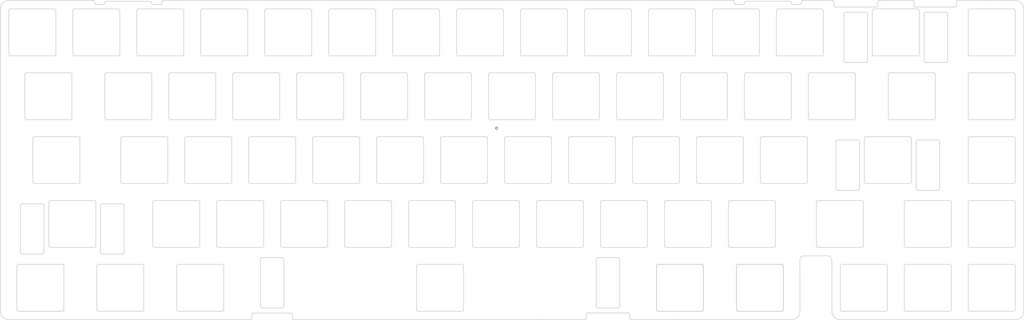
<source format=kicad_pcb>
(kicad_pcb (version 20211014) (generator pcbnew)

  (general
    (thickness 1.6)
  )

  (paper "A4")
  (layers
    (0 "F.Cu" signal)
    (31 "B.Cu" signal)
    (32 "B.Adhes" user "B.Adhesive")
    (33 "F.Adhes" user "F.Adhesive")
    (34 "B.Paste" user)
    (35 "F.Paste" user)
    (36 "B.SilkS" user "B.Silkscreen")
    (37 "F.SilkS" user "F.Silkscreen")
    (38 "B.Mask" user)
    (39 "F.Mask" user)
    (40 "Dwgs.User" user "User.Drawings")
    (41 "Cmts.User" user "User.Comments")
    (42 "Eco1.User" user "User.Eco1")
    (43 "Eco2.User" user "User.Eco2")
    (44 "Edge.Cuts" user)
    (45 "Margin" user)
    (46 "B.CrtYd" user "B.Courtyard")
    (47 "F.CrtYd" user "F.Courtyard")
    (48 "B.Fab" user)
    (49 "F.Fab" user)
  )

  (setup
    (pad_to_mask_clearance 0.051)
    (solder_mask_min_width 0.25)
    (pcbplotparams
      (layerselection 0x00010fc_ffffffff)
      (disableapertmacros false)
      (usegerberextensions true)
      (usegerberattributes false)
      (usegerberadvancedattributes false)
      (creategerberjobfile false)
      (svguseinch false)
      (svgprecision 6)
      (excludeedgelayer true)
      (plotframeref false)
      (viasonmask false)
      (mode 1)
      (useauxorigin false)
      (hpglpennumber 1)
      (hpglpenspeed 20)
      (hpglpendiameter 15.000000)
      (dxfpolygonmode true)
      (dxfimperialunits true)
      (dxfusepcbnewfont true)
      (psnegative false)
      (psa4output false)
      (plotreference true)
      (plotvalue false)
      (plotinvisibletext false)
      (sketchpadsonfab false)
      (subtractmaskfromsilk true)
      (outputformat 1)
      (mirror false)
      (drillshape 0)
      (scaleselection 1)
      (outputdirectory "./gerber")
    )
  )

  (net 0 "")

  (gr_arc (start 31.7125 63.599999) (mid 31.858947 63.246446) (end 32.2125 63.099999) (layer "Edge.Cuts") (width 0.2) (tstamp 001fb1d0-2607-4eee-b02e-612338242243))
  (gr_arc (start 207.137501 82.15) (mid 207.491054 82.296447) (end 207.637501 82.65) (layer "Edge.Cuts") (width 0.2) (tstamp 0051d3c9-7898-4c63-83a9-1bbda5ee8874))
  (gr_line (start 98.387501 82.65) (end 98.387501 95.649999) (layer "Edge.Cuts") (width 0.2) (tstamp 0068a213-e1f3-4200-9d77-0bf55cfb5548))
  (gr_arc (start 14.756251 114.7) (mid 14.609804 115.053553) (end 14.256251 115.2) (layer "Edge.Cuts") (width 0.2) (tstamp 007452f2-c4ee-4509-b65c-d3e7f7977eda))
  (gr_line (start -1.124999 25) (end 11.875 25) (layer "Edge.Cuts") (width 0.2) (tstamp 00db57ca-7960-4865-a7b5-c096dc241a31))
  (gr_line (start 132.225001 38.999999) (end 145.225001 39) (layer "Edge.Cuts") (width 0.2) (tstamp 00f03429-6158-4f10-8f9b-c99e6917ceaf))
  (gr_arc (start 73.787501 82.15) (mid 74.141054 82.296447) (end 74.287501 82.65) (layer "Edge.Cuts") (width 0.2) (tstamp 0157b471-312b-4cf2-992d-8e66ba826e1d))
  (gr_line (start 213.952001 22.475) (end 44.451671 22.475) (layer "Edge.Cuts") (width 0.2) (tstamp 015bd9c7-9d9f-4720-aaf2-b66721eb2b80))
  (gr_arc (start 183.824425 117.68819) (mid 183.471188 117.541674) (end 183.324811 117.188379) (layer "Edge.Cuts") (width 0.2) (tstamp 01937c41-53ed-4f35-965f-65a4acd306d4))
  (gr_line (start 165.562501 63.1) (end 178.5625 63.1) (layer "Edge.Cuts") (width 0.2) (tstamp 024266ac-fbb9-4f20-9c25-c2c5793defbc))
  (gr_arc (start 107.625001 38.499999) (mid 107.478554 38.853553) (end 107.125 39) (layer "Edge.Cuts") (width 0.2) (tstamp 02a2ca14-7d77-4099-bc51-de00b48dfc32))
  (gr_arc (start 198.400001 44.55) (mid 198.546448 44.196447) (end 198.900001 44.05) (layer "Edge.Cuts") (width 0.2) (tstamp 02fe2259-44b7-48ef-bba3-116fb9cf56a4))
  (gr_line (start 169.825001 25.5) (end 169.825001 38.499999) (layer "Edge.Cuts") (width 0.2) (tstamp 03d95c52-f8a5-45b9-a3f0-b47193790129))
  (gr_line (start 193.350001 44.55) (end 193.350001 57.549999) (layer "Edge.Cuts") (width 0.2) (tstamp 05301f4e-bab9-4620-ba62-4e75c7b0cc88))
  (gr_line (start 40.451671 22.741537) (end 40.451671 22.741537) (layer "Edge.Cuts") (width 0.2) (tstamp 05a2eb65-0196-4030-90e9-6be1facc4050))
  (gr_arc (start 265.575001 115.2) (mid 265.221448 115.053553) (end 265.075001 114.7) (layer "Edge.Cuts") (width 0.2) (tstamp 05cdb064-7cdf-41fc-a68a-5cc210bc8edf))
  (gr_line (start 10.781251 96.149999) (end 23.78125 96.149999) (layer "Edge.Cuts") (width 0.2) (tstamp 0687ff58-435c-4081-9cdb-763af94cb91f))
  (gr_line (start 284.625001 115.2) (end 297.625001 115.2) (layer "Edge.Cuts") (width 0.2) (tstamp 0688feb7-59a7-40b6-a6e6-6cbacd1e950d))
  (gr_arc (start 32.219251 83.149999) (mid 32.572804 83.296446) (end 32.719251 83.649999) (layer "Edge.Cuts") (width 0.2) (tstamp 07346915-bcea-411e-87f7-ebe12ec16ab9))
  (gr_arc (start 40.45 44.05) (mid 40.803553 44.196447) (end 40.95 44.55) (layer "Edge.Cuts") (width 0.2) (tstamp 07edf913-ad33-498c-b8d8-d9c34d57267c))
  (gr_arc (start 117.150001 57.549999) (mid 117.003554 57.903552) (end 116.650001 58.049999) (layer "Edge.Cuts") (width 0.2) (tstamp 0887e12c-2f73-4e10-b34b-70c2fa8c57b1))
  (gr_arc (start 83.8125 76.6) (mid 83.666054 76.953553) (end 83.312501 77.099999) (layer "Edge.Cuts") (width 0.2) (tstamp 0892b61e-ee57-4f0b-a2bc-f517b39b6a32))
  (gr_arc (start 230.950969 22.723846) (mid 231.304522 22.870295) (end 231.450966 23.223849) (layer "Edge.Cuts") (width 0.2) (tstamp 08acc8fb-8766-4aa2-9468-f2ec23af2760))
  (gr_line (start 203.162501 63.599999) (end 203.162501 76.6) (layer "Edge.Cuts") (width 0.2) (tstamp 08c0c9ab-004d-48d1-8d01-5cdca00caf08))
  (gr_arc (start 132.225001 38.999999) (mid 131.871448 38.853552) (end 131.725001 38.499999) (layer "Edge.Cuts") (width 0.2) (tstamp 09a7827d-4e15-4ddb-85c0-72e5a0f21487))
  (gr_arc (start 160.0125 76.6) (mid 159.866054 76.953553) (end 159.512501 77.099999) (layer "Edge.Cuts") (width 0.2) (tstamp 0ab40aeb-ecb5-4e86-af9a-d7a9172c1291))
  (gr_arc (start 202.375001 25) (mid 202.728554 25.146447) (end 202.875001 25.5) (layer "Edge.Cuts") (width 0.2) (tstamp 0ae68621-3f2f-48a5-86da-2aab49ad5cab))
  (gr_arc (start 84.100001 44.55) (mid 84.246448 44.196447) (end 84.600001 44.05) (layer "Edge.Cuts") (width 0.2) (tstamp 0b250a6e-c354-4a0c-b4aa-7c1ea271c68c))
  (gr_arc (start 221.925002 38.499999) (mid 221.778555 38.853553) (end 221.425001 39) (layer "Edge.Cuts") (width 0.2) (tstamp 0cb90343-29fd-495a-9d74-21ef8f4e266d))
  (gr_line (start 189.375 39) (end 202.375001 39) (layer "Edge.Cuts") (width 0.2) (tstamp 0cda05f2-9450-49e6-b41a-078ef7187704))
  (gr_line (start 25.71925 83.649999) (end 25.71925 97.65) (layer "Edge.Cuts") (width 0.2) (tstamp 0cde4c75-878f-4497-927b-5ad4883a5e15))
  (gr_line (start 82.832337 116.30264) (end 82.832337 117.224999) (layer "Edge.Cuts") (width 0.2) (tstamp 0eb8de7d-5bb2-409b-99d5-7f3e5119a21c))
  (gr_line (start 227.475001 25) (end 240.475001 25) (layer "Edge.Cuts") (width 0.2) (tstamp 0f0bdcdc-7e75-4809-b35f-7571844449df))
  (gr_arc (start 84.600001 58.049999) (mid 84.246448 57.903552) (end 84.100001 57.549999) (layer "Edge.Cuts") (width 0.2) (tstamp 0f0d5f0d-21d8-4e8b-a753-94301c111e91))
  (gr_arc (start 48.377501 101.699999) (mid 48.523948 101.346446) (end 48.877501 101.199999) (layer "Edge.Cuts") (width 0.2) (tstamp 0f60ce80-04bd-4b05-b560-f75cb28d56b2))
  (gr_line (start 246.525 115.2) (end 259.525001 115.2) (layer "Edge.Cuts") (width 0.2) (tstamp 0f673c22-ca57-49c1-b690-83ed50c5976f))
  (gr_arc (start 126.962501 63.599999) (mid 127.108948 63.246446) (end 127.462501 63.099999) (layer "Edge.Cuts") (width 0.2) (tstamp 0fd3a625-4892-4db5-8f81-dbb9778921a8))
  (gr_line (start 121.912501 63.599999) (end 121.912501 76.6) (layer "Edge.Cuts") (width 0.2) (tstamp 100f5cf9-2d41-4330-b8f0-42b3f8d718bd))
  (gr_line (start 83.812501 63.599999) (end 83.812501 76.6) (layer "Edge.Cuts") (width 0.2) (tstamp 101d30fe-1e2d-4d64-b21d-ea0ddbbff78c))
  (gr_line (start 98.887501 82.15) (end 111.887501 82.15) (layer "Edge.Cuts") (width 0.2) (tstamp 108568c0-872f-4fdd-b600-c9e52042f5ba))
  (gr_arc (start 48.877501 115.2) (mid 48.523948 115.053553) (end 48.377501 114.7) (layer "Edge.Cuts") (width 0.2) (tstamp 10c028fb-4f1b-4ee2-8f8b-2b5f80e501ad))
  (gr_line (start 108.412501 63.1) (end 121.412501 63.1) (layer "Edge.Cuts") (width 0.2) (tstamp 110d003e-11b0-45e4-b7d4-ffd4beabe040))
  (gr_line (start 41.737501 96.149999) (end 54.737501 96.149999) (layer "Edge.Cuts") (width 0.2) (tstamp 11af874c-bf30-4aec-a99c-d2f3513a6c83))
  (gr_arc (start 62.3775 114.7) (mid 62.231053 115.053553) (end 61.8775 115.2) (layer "Edge.Cuts") (width 0.2) (tstamp 11ca0177-f215-4112-a7de-be2773aa666a))
  (gr_arc (start 45.212501 63.099999) (mid 45.566054 63.246446) (end 45.712501 63.599999) (layer "Edge.Cuts") (width 0.2) (tstamp 11e5f19b-25b0-4f70-86c1-5ea12a0a0ea7))
  (gr_arc (start 207.637501 95.649999) (mid 207.491054 96.003552) (end 207.137501 96.149999) (layer "Edge.Cuts") (width 0.2) (tstamp 12006706-1df2-46ef-9bb3-0fe864b99261))
  (gr_arc (start 40.95 57.549999) (mid 40.803553 57.903552) (end 40.45 58.049999) (layer "Edge.Cuts") (width 0.2) (tstamp 1208d389-1bee-4b1c-8c6e-d350b783128a))
  (gr_arc (start 17.925001 38.999999) (mid 17.571448 38.853552) (end 17.425001 38.499999) (layer "Edge.Cuts") (width 0.2) (tstamp 13270178-edbf-4e02-9f05-1b43f9460ceb))
  (gr_line (start 233.977081 99.927076) (end 234.002449 115.195804) (layer "Edge.Cuts") (width 0.2) (tstamp 134a6d95-fdbd-4aec-be95-42325d040166))
  (gr_arc (start 103.150001 44.55) (mid 103.296448 44.196447) (end 103.650001 44.05) (layer "Edge.Cuts") (width 0.2) (tstamp 135f2e66-51a0-4228-996a-a425f24d099f))
  (gr_line (start 1.256251 115.2) (end 14.256251 115.2) (layer "Edge.Cuts") (width 0.2) (tstamp 1368f6c9-c373-4d3a-8beb-19fce91ee445))
  (gr_line (start 46.500001 44.05) (end 59.500001 44.05) (layer "Edge.Cuts") (width 0.2) (tstamp 13b2a709-af43-4633-8e5d-bcf24173b8e0))
  (gr_line (start 260.8125 44.05) (end 273.812501 44.05) (layer "Edge.Cuts") (width 0.2) (tstamp 13b63ea6-436e-44c3-a253-d9e8cfa9c0bf))
  (gr_arc (start 208.425001 38.999999) (mid 208.071448 38.853552) (end 207.925001 38.499999) (layer "Edge.Cuts") (width 0.2) (tstamp 147104f4-f56a-42db-b785-bcbe3f742dc9))
  (gr_line (start 160.300001 44.55) (end 160.300001 57.549999) (layer "Edge.Cuts") (width 0.2) (tstamp 14df393f-c2de-4d42-8724-25030a20a3f1))
  (gr_line (start 107.625001 25.5) (end 107.625001 38.499999) (layer "Edge.Cuts") (width 0.2) (tstamp 156c24da-67a3-407d-bb8e-46b9c0a4a2da))
  (gr_line (start 222.712501 63.1) (end 235.7125 63.1) (layer "Edge.Cuts") (width 0.2) (tstamp 158b7a37-a871-42da-ac25-f1b56fba6243))
  (gr_arc (start 178.5625 63.099999) (mid 178.916053 63.246446) (end 179.0625 63.599999) (layer "Edge.Cuts") (width 0.2) (tstamp 1615710c-ddaa-4593-a28c-0342e68af980))
  (gr_arc (start 234.002448 115.195805) (mid 233.264379 116.98396) (end 231.477452 117.724999) (layer "Edge.Cuts") (width 0.2) (tstamp 162a3618-90fe-480a-8c9b-75fe45c4f517))
  (gr_line (start 165.062501 63.599999) (end 165.062501 76.6) (layer "Edge.Cuts") (width 0.2) (tstamp 1693a2c4-30c1-4b46-ba97-eb380231c7c0))
  (gr_arc (start 268.606751 64.6) (mid 268.753198 64.246447) (end 269.106751 64.1) (layer "Edge.Cuts") (width 0.2) (tstamp 16bfe5b3-999a-4064-97ae-3a1b35f6999c))
  (gr_line (start 298.125001 25.5) (end 298.125001 38.499999) (layer "Edge.Cuts") (width 0.2) (tstamp 16e84a01-2615-4ec7-be2a-c943ffad9a47))
  (gr_arc (start 205.256251 114.7) (mid 205.109804 115.053553) (end 204.756251 115.2) (layer "Edge.Cuts") (width 0.2) (tstamp 171cdb18-5308-4dc7-8e33-c0c20b7d1d19))
  (gr_arc (start 275.106751 64.1) (mid 275.460304 64.246447) (end 275.606751 64.6) (layer "Edge.Cuts") (width 0.2) (tstamp 18454174-c5c2-41a8-ac7f-a5118b65492e))
  (gr_arc (start 300.65 115.2) (mid 299.910445 116.985444) (end 298.125001 117.724999) (layer "Edge.Cuts") (width 0.2) (tstamp 1868d98f-88a4-4a94-9b8c-a3846a8a51b4))
  (gr_line (start 10.281251 82.65) (end 10.281251 95.649999) (layer "Edge.Cuts") (width 0.2) (tstamp 194483ce-f0c8-4c33-a34a-637cb9674a77))
  (gr_arc (start 188.875 25.5) (mid 189.021447 25.146447) (end 189.375 25) (layer "Edge.Cuts") (width 0.2) (tstamp 19826355-eba6-49b1-ba40-1cb3381b7ad5))
  (gr_arc (start 32.719251 97.65) (mid 32.572804 98.003553) (end 32.219251 98.15) (layer "Edge.Cuts") (width 0.2) (tstamp 1a3edf09-853a-4093-9c06-c780e10f9ded))
  (gr_line (start 252.881251 82.65) (end 252.881251 95.649999) (layer "Edge.Cuts") (width 0.2) (tstamp 1ab5fc00-9064-44d2-a5d1-7a8fb97fbb02))
  (gr_arc (start 192.850001 44.05) (mid 193.203554 44.196447) (end 193.350001 44.55) (layer "Edge.Cuts") (width 0.2) (tstamp 1adb82da-bb76-4f88-bfa4-9b5ff6948d7c))
  (gr_arc (start 26.219251 98.15) (mid 25.865698 98.003553) (end 25.719251 97.65) (layer "Edge.Cuts") (width 0.2) (tstamp 1b120d74-f41c-4fdd-8867-b9c8d085113e))
  (gr_line (start 284.625001 101.199999) (end 297.625001 101.199999) (layer "Edge.Cuts") (width 0.2) (tstamp 1b12ac40-e666-4948-aaac-b31301f0385b))
  (gr_line (start 215.568751 115.2) (end 228.568751 115.2) (layer "Edge.Cuts") (width 0.2) (tstamp 1b1a9ddd-a9ec-45a0-ad56-b1e92af5f2a3))
  (gr_line (start 237 58.05) (end 250 58.05) (layer "Edge.Cuts") (width 0.2) (tstamp 1b2f9032-789e-4095-a3f8-06f88f873af1))
  (gr_arc (start 23.451994 22.491214) (mid 23.805453 22.637889) (end 23.951671 22.991537) (layer "Edge.Cuts") (width 0.2) (tstamp 1b9d0389-8709-48d2-a9b9-30ff1a28df8e))
  (gr_arc (start 94.125001 38.999999) (mid 93.771448 38.853552) (end 93.625001 38.499999) (layer "Edge.Cuts") (width 0.2) (tstamp 1be11a15-da72-4fa8-be8b-7990071fbde5))
  (gr_line (start 193.637501 82.65) (end 193.637501 95.649999) (layer "Edge.Cuts") (width 0.2) (tstamp 1c13edb5-3541-4098-bab2-bcf472bad105))
  (gr_line (start 127.462501 63.1) (end 140.462501 63.1) (layer "Edge.Cuts") (width 0.2) (tstamp 1c55c32d-2c7a-4c6f-8a37-dabbecd90835))
  (gr_line (start 198.900001 58.05) (end 211.900001 58.05) (layer "Edge.Cuts") (width 0.2) (tstamp 1cb55f10-da6d-41e9-85f3-92409746c54d))
  (gr_line (start 79.337501 82.65) (end 79.337501 95.649999) (layer "Edge.Cuts") (width 0.2) (tstamp 1cf18aed-9e25-4d3a-81bd-c015d6da9d1c))
  (gr_arc (start 64.7625 76.6) (mid 64.616054 76.953553) (end 64.262501 77.099999) (layer "Edge.Cuts") (width 0.2) (tstamp 1d6cc4bd-f1fe-463c-a963-cd01a29708cc))
  (gr_arc (start 269.106751 79.1) (mid 268.753198 78.953553) (end 268.606751 78.6) (layer "Edge.Cuts") (width 0.2) (tstamp 1dab7330-076c-4d01-ae14-430e8c0b5aa4))
  (gr_arc (start 26.951671 23.241537) (mid 27.098118 22.887984) (end 27.451671 22.741537) (layer "Edge.Cuts") (width 0.2) (tstamp 1deb96e0-d5f9-44d7-be17-9cf3d59c1813))
  (gr_arc (start 246.025 101.699999) (mid 246.171447 101.346446) (end 246.525 101.199999) (layer "Edge.Cuts") (width 0.2) (tstamp 1e31e7d7-54ce-49ff-8df6-97e6f8a55a0a))
  (gr_line (start 88.575001 25.5) (end 88.575001 38.499999) (layer "Edge.Cuts") (width 0.2) (tstamp 1e63944b-aa15-4ce4-9085-3d21d1a57927))
  (gr_line (start 70.312501 63.1) (end 83.312501 63.1) (layer "Edge.Cuts") (width 0.2) (tstamp 1e6a8a3e-6c03-40fa-b0fb-679f2a3743f8))
  (gr_line (start 217.950001 44.05) (end 230.950001 44.05) (layer "Edge.Cuts") (width 0.2) (tstamp 1f65b0d8-a5e9-466f-9f34-7d701bc8b863))
  (gr_arc (start 61.8775 101.199999) (mid 62.231053 101.346446) (end 62.3775 101.699999) (layer "Edge.Cuts") (width 0.2) (tstamp 1fdb90b9-588f-4650-813e-7cd542e59e37))
  (gr_line (start 215.568751 101.199999) (end 228.568751 101.199999) (layer "Edge.Cuts") (width 0.2) (tstamp 201c07ec-cb9f-4014-891f-db219bb7824a))
  (gr_line (start 6.018751 77.1) (end 19.018751 77.1) (layer "Edge.Cuts") (width 0.2) (tstamp 211b2909-d734-44bc-a6ac-fde93480b336))
  (gr_line (start 71.254696 115.724999) (end 82.254696 115.724999) (layer "Edge.Cuts") (width 0.2) (tstamp 22167cfc-559c-461b-a84f-c4a4cc21c649))
  (gr_arc (start 230.950001 44.05) (mid 231.303554 44.196447) (end 231.450001 44.55) (layer "Edge.Cuts") (width 0.2) (tstamp 2331360d-f9d9-4a34-8c3d-b920fbf5d16b))
  (gr_line (start 279.075001 101.699999) (end 279.075001 114.7) (layer "Edge.Cuts") (width 0.2) (tstamp 241d08c5-2521-4af0-8af2-d314f19b6f07))
  (gr_line (start 89.362501 63.1) (end 102.3625 63.1) (layer "Edge.Cuts") (width 0.2) (tstamp 241ed39e-2d30-4828-82df-6260d4172c1c))
  (gr_arc (start 217.450001 44.55) (mid 217.596448 44.196447) (end 217.950001 44.05) (layer "Edge.Cuts") (width 0.2) (tstamp 2426370b-460d-4f53-95c6-bd2ef1be34ae))
  (gr_line (start 229.068751 101.699999) (end 229.068751 114.7) (layer "Edge.Cuts") (width 0.2) (tstamp 247b121e-5a7f-4a83-a80a-93d91a254fc1))
  (gr_arc (start 151.275001 38.999999) (mid 150.921448 38.853552) (end 150.775001 38.499999) (layer "Edge.Cuts") (width 0.2) (tstamp 248a5d6d-f383-4237-a8d7-53bfb95e9563))
  (gr_line (start 194.137501 82.15) (end 207.137501 82.15) (layer "Edge.Cuts") (width 0.2) (tstamp 24e13dab-a2ac-415c-af54-d91065f385d0))
  (gr_line (start 246.025 101.699999) (end 246.025 114.7) (layer "Edge.Cuts") (width 0.2) (tstamp 2502bcc6-627d-4ed0-b41f-bd789bcdf32b))
  (gr_line (start 222.712501 77.1) (end 235.7125 77.1) (layer "Edge.Cuts") (width 0.2) (tstamp 254b6be5-90a9-4b2f-9354-ae7025ebd3a3))
  (gr_arc (start 234.452 23.223864) (mid 234.305031 23.578646) (end 233.949995 23.724999) (layer "Edge.Cuts") (width 0.2) (tstamp 2584ecb4-f4ea-437b-9593-ae5dae028f35))
  (gr_line (start 60.787501 82.15) (end 73.787501 82.15) (layer "Edge.Cuts") (width 0.2) (tstamp 258a8521-785f-4bf7-a2e2-7ce1eb5b30e7))
  (gr_line (start 284.625001 25) (end 297.625001 25) (layer "Edge.Cuts") (width 0.2) (tstamp 2662e75c-a0a5-4ec1-b554-7ab5ce59fdbe))
  (gr_line (start 180.325001 113.7) (end 180.325001 99.699999) (layer "Edge.Cuts") (width 0.2) (tstamp 27013db5-4bec-477d-a3de-14012ce838eb))
  (gr_arc (start 17.425001 25.5) (mid 17.571448 25.146447) (end 17.925001 25) (layer "Edge.Cuts") (width 0.2) (tstamp 27796894-19aa-497c-8faa-9a8d82e6d926))
  (gr_arc (start 250.5 57.549999) (mid 250.353553 57.903552) (end 250 58.049999) (layer "Edge.Cuts") (width 0.2) (tstamp 28371427-0cd1-465e-bc6e-8f2db10e2d68))
  (gr_arc (start 198.900001 58.05) (mid 198.546447 57.903553) (end 198.4 57.549999) (layer "Edge.Cuts") (width 0.2) (tstamp 2849216f-c04a-4a94-9077-b91ff6ad79ee))
  (gr_arc (start 93.625001 25.5) (mid 93.771448 25.146447) (end 94.125001 25) (layer "Edge.Cuts") (width 0.2) (tstamp 28d8607c-f312-4d05-ab4b-a57851d25a20))
  (gr_arc (start 74.575 25.5) (mid 74.721447 25.146447) (end 75.075 25) (layer "Edge.Cuts") (width 0.2) (tstamp 2960ec37-6fa8-47cc-bb86-08d0700d8f0b))
  (gr_arc (start 43.951671 23.241537) (mid 43.805224 23.59509) (end 43.451671 23.741537) (layer "Edge.Cuts") (width 0.2) (tstamp 29e088ce-c44e-4f00-bbe9-a84098a9e611))
  (gr_arc (start 70.754696 116.224999) (mid 70.901143 115.871446) (end 71.254696 115.724999) (layer "Edge.Cuts") (width 0.2) (tstamp 2a54f328-3313-49fd-8928-d05f65b6724a))
  (gr_arc (start 215.068751 101.699999) (mid 215.215198 101.346446) (end 215.568751 101.199999) (layer "Edge.Cuts") (width 0.2) (tstamp 2a60d1f2-0d37-4b70-82be-363e19df3489))
  (gr_arc (start 215.568751 115.2) (mid 215.215198 115.053553) (end 215.068751 114.7) (layer "Edge.Cuts") (width 0.2) (tstamp 2ab272eb-c131-4af8-b430-a06829f722ec))
  (gr_line (start 217.450966 23.223763) (end 217.450966 23.223763) (layer "Edge.Cuts") (width 0.2) (tstamp 2bb2711b-39f8-448d-bce7-7ea1ea1daa32))
  (gr_arc (start 64.262501 63.1) (mid 64.616054 63.246446) (end 64.7625 63.599999) (layer "Edge.Cuts") (width 0.2) (tstamp 2bf1deaa-c5fe-4de4-ba57-121092792cbb))
  (gr_line (start 239.381251 96.149999) (end 252.381251 96.149999) (layer "Edge.Cuts") (width 0.2) (tstamp 2c75d095-9657-49f8-aaeb-2c611accf175))
  (gr_line (start 234.45243 22.766832) (end 234.45243 23.016832) (layer "Edge.Cuts") (width 0.2) (tstamp 2cabe870-1a7d-4419-822a-fe4612d34d50))
  (gr_arc (start 260.3125 44.55) (mid 260.458947 44.196447) (end 260.8125 44.05) (layer "Edge.Cuts") (width 0.2) (tstamp 2cd228cb-b5ad-4ecc-a140-db20a9638ef3))
  (gr_arc (start 55.525001 25.5) (mid 55.671448 25.146447) (end 56.025001 25) (layer "Edge.Cuts") (width 0.2) (tstamp 2cd782cc-e2be-4008-8a74-377d146c12a1))
  (gr_line (start -1.624999 25.5) (end -1.624999 38.499999) (layer "Edge.Cuts") (width 0.2) (tstamp 2d33de99-7709-4d20-b028-4a9475d09359))
  (gr_arc (start 271.488001 41) (mid 271.134448 40.853553) (end 270.988001 40.5) (layer "Edge.Cuts") (width 0.2) (tstamp 2d68af1b-9ad7-448a-beb8-f4886d70df2d))
  (gr_line (start -4.151632 24.999294) (end -4.149999 115.2) (layer "Edge.Cuts") (width 0.2) (tstamp 2da5aa07-4c77-49a4-949c-213a16249aba))
  (gr_line (start 191.756251 101.199999) (end 204.756251 101.199999) (layer "Edge.Cuts") (width 0.2) (tstamp 2e31b818-76c2-45ab-abfe-ce11cf0314f3))
  (gr_line (start 145.725001 25.5) (end 145.725001 38.499999) (layer "Edge.Cuts") (width 0.2) (tstamp 2e43d27d-8559-4ac5-8a28-ee616c6451ae))
  (gr_line (start 269.106751 79.1) (end 275.106751 79.1) (layer "Edge.Cuts") (width 0.2) (tstamp 2e5c602e-97db-4bed-9f74-45c9dfc59c01))
  (gr_arc (start 102.862499 76.6) (mid 102.716053 76.953553) (end 102.3625 77.099999) (layer "Edge.Cuts") (width 0.2) (tstamp 2ec2c3e6-c413-4581-837a-ab0dd402d13f))
  (gr_line (start 284.125001 63.599999) (end 284.125001 76.6) (layer "Edge.Cuts") (width 0.2) (tstamp 2fab3836-ba8f-4e1e-a5ea-9af58f5eb6c1))
  (gr_line (start 102.862501 63.599999) (end 102.862501 76.6) (layer "Edge.Cuts") (width 0.2) (tstamp 2fdcfbff-d3ea-4433-ab78-3a305df22fa1))
  (gr_line (start 83.332337 117.724999) (end 84.708469 117.724999) (layer "Edge.Cuts") (width 0.2) (tstamp 3069d5aa-f740-4ab1-acad-4b7920d4c4dc))
  (gr_line (start 265.075001 101.699999) (end 265.075001 114.7) (layer "Edge.Cuts") (width 0.2) (tstamp 30d83815-e6c8-49dd-8499-677f6004cca6))
  (gr_line (start 216.950963 23.72376) (end 214.951376 23.723747) (layer "Edge.Cuts") (width 0.2) (tstamp 30f7cfe7-25ea-4a34-b051-acbc2a873391))
  (gr_arc (start 173.800001 44.05) (mid 174.153554 44.196447) (end 174.300001 44.55) (layer "Edge.Cuts") (width 0.2) (tstamp 312404cf-4f59-46f6-8e9a-9d88b81aa7a9))
  (gr_arc (start 193.637501 82.65) (mid 193.783948 82.296447) (end 194.137501 82.15) (layer "Edge.Cuts") (width 0.2) (tstamp 31989024-ee72-4131-ae22-4330a1c6845d))
  (gr_line (start 213.952001 22.475) (end 213.951585 22.475) (layer "Edge.Cuts") (width 0.2) (tstamp 31d48702-23d6-4304-b088-db23d3e0caf4))
  (gr_arc (start 183.325001 25) (mid 183.678554 25.146447) (end 183.825001 25.5) (layer "Edge.Cuts") (width 0.2) (tstamp 324af48b-d23f-451e-97b3-96809eb46be5))
  (gr_line (start 19.518751 63.599999) (end 19.518751 76.6) (layer "Edge.Cuts") (width 0.2) (tstamp 32ac8ef1-a605-413b-a5c5-238d419acfbf))
  (gr_line (start 60.287501 82.65) (end 60.287501 95.649999) (layer "Edge.Cuts") (width 0.2) (tstamp 33567091-d4d7-44d6-9da7-f41c3c180323))
  (gr_arc (start 251.23075 64.099999) (mid 251.584304 64.246446) (end 251.730751 64.6) (layer "Edge.Cuts") (width 0.2) (tstamp 34c80749-faf0-4b04-83c6-3be0ee039331))
  (gr_line (start 253.668751 63.1) (end 266.668751 63.1) (layer "Edge.Cuts") (width 0.2) (tstamp 34c8a262-f38b-458a-b392-ef67903250ca))
  (gr_arc (start 242.250001 98.675) (mid 243.133884 99.041117) (end 243.500001 99.925) (layer "Edge.Cuts") (width 0.2) (tstamp 35605737-9e6f-4f5d-b12c-0456e31b2463))
  (gr_arc (start 253.668751 77.100001) (mid 253.315197 76.953554) (end 253.16875 76.6) (layer "Edge.Cuts") (width 0.2) (tstamp 35bd38f8-dc62-4eb9-bfe2-75eef408a78f))
  (gr_line (start 79.8125 114.2) (end 73.8125 114.2) (layer "Edge.Cuts") (width 0.2) (tstamp 35cfb20e-4ee7-44a8-99e0-47ec756dfe87))
  (gr_line (start 243.612001 22.468453) (end 240.975001 22.468453) (layer "Edge.Cuts") (width 0.2) (tstamp 362aab09-8dfa-4742-b986-5f3df8eb954c))
  (gr_line (start 208.425001 38.999999) (end 221.425001 38.999999) (layer "Edge.Cuts") (width 0.2) (tstamp 36cb1b29-f2f7-4db0-865e-31c78a12cef5))
  (gr_arc (start 234.45243 22.766833) (mid 234.656812 22.545215) (end 234.949995 22.475) (layer "Edge.Cuts") (width 0.2) (tstamp 376367e4-ef2c-4331-8e50-d82a8bfee317))
  (gr_arc (start 236.5 44.55) (mid 236.646447 44.196447) (end 237 44.05) (layer "Edge.Cuts") (width 0.2) (tstamp 379d0a8e-5ef4-4b55-a0d5-a649472adccc))
  (gr_arc (start 217.1625 76.6) (mid 217.016054 76.953553) (end 216.662501 77.099999) (layer "Edge.Cuts") (width 0.2) (tstamp 37a9f584-5a1c-4246-a882-7ae094d6e1d3))
  (gr_arc (start 297.625001 44.05) (mid 297.978554 44.196447) (end 298.125001 44.55) (layer "Edge.Cuts") (width 0.2) (tstamp 389d8d5a-4707-45f7-8501-eb73d710e25a))
  (gr_arc (start 204.756251 101.199999) (mid 205.109804 101.346446) (end 205.256251 101.699999) (layer "Edge.Cuts") (width 0.2) (tstamp 38b33900-d7ea-442c-8bbd-475a1d472afd))
  (gr_line (start 56.025001 38.999999) (end 69.025 38.999999) (layer "Edge.Cuts") (width 0.2) (tstamp 3900028d-17ab-4d8c-b231-5776df45f345))
  (gr_line (start 268.489797 24.452185) (end 280.118717 24.447146) (layer "Edge.Cuts") (width 0.2) (tstamp 391cba4f-1fc8-416c-9847-3bb3cf000f19))
  (gr_arc (start 231.950963 23.723852) (mid 231.59741 23.577403) (end 231.450966 23.223849) (layer "Edge.Cuts") (width 0.2) (tstamp 395b6177-50b2-4282-95c1-7e7c63bdc317))
  (gr_line (start -1.624854 22.474992) (end 23.451994 22.491214) (layer "Edge.Cuts") (width 0.2) (tstamp 3984205e-cfcd-4877-97a4-b39f2f54e261))
  (gr_line (start 191.756251 115.2) (end 204.756251 115.2) (layer "Edge.Cuts") (width 0.2) (tstamp 399cb698-9f63-43ae-90db-eecff10b9a95))
  (gr_arc (start 102.3625 63.099998) (mid 102.716054 63.246445) (end 102.862501 63.599999) (layer "Edge.Cuts") (width 0.2) (tstamp 3a5aa62f-c038-4ac8-8567-8a60082a2bb2))
  (gr_line (start 12.375001 25.5) (end 12.375001 38.499999) (layer "Edge.Cuts") (width 0.2) (tstamp 3aab2d54-4b97-48ab-8f9d-f391407db5d7))
  (gr_line (start 55.525001 25.5) (end 55.525001 38.499999) (layer "Edge.Cuts") (width 0.2) (tstamp 3ad817bf-1d79-43ee-a4e4-7515c8af44be))
  (gr_arc (start 228.568751 101.199999) (mid 228.922304 101.346446) (end 229.068751 101.699999) (layer "Edge.Cuts") (width 0.2) (tstamp 3b4d881e-da43-4284-9ab7-a6aa0189f9e9))
  (gr_arc (start 41.737501 96.149999) (mid 41.383948 96.003552) (end 41.237501 95.649999) (layer "Edge.Cuts") (width 0.2) (tstamp 3b8ff098-019d-4b16-90a0-5c8672218d7a))
  (gr_arc (start 246.025 117.725) (mid 244.239555 116.985445) (end 243.5 115.2) (layer "Edge.Cuts") (width 0.2) (tstamp 3ba2a611-c3ba-432b-b31f-64fcfbac6258))
  (gr_line (start 281.119302 22.447733) (end 298.125001 22.475) (layer "Edge.Cuts") (width 0.2) (tstamp 3c2f469c-d25d-4949-a18d-9fdb1f334563))
  (gr_line (start 270.988001 26.5) (end 270.988001 40.5) (layer "Edge.Cuts") (width 0.2) (tstamp 3c99ca52-0e72-4ceb-bf7f-4a7c5991b642))
  (gr_arc (start 297.625001 63.099999) (mid 297.978554 63.246446) (end 298.125001 63.599999) (layer "Edge.Cuts") (width 0.2) (tstamp 3d62f366-498d-44f6-8efe-1fa2c972ca07))
  (gr_arc (start 269.050001 25) (mid 269.403554 25.146447) (end 269.550001 25.5) (layer "Edge.Cuts") (width 0.2) (tstamp 3d72c99f-3f44-452a-9b85-7fb32f5468a4))
  (gr_line (start 74.287501 82.65) (end 74.287501 95.649999) (layer "Edge.Cuts") (width 0.2) (tstamp 3d9dfc3b-98c0-4510-8fca-84d1f37a0041))
  (gr_arc (start 222.212501 63.599999) (mid 222.358948 63.246446) (end 222.712501 63.099999) (layer "Edge.Cuts") (width 0.2) (tstamp 3dcceb2f-ccc6-45dd-bc9a-142869b2e499))
  (gr_line (start 93.337501 82.65) (end 93.337501 95.649999) (layer "Edge.Cuts") (width 0.2) (tstamp 3e7e771a-e80b-4a8a-85c8-50923e269107))
  (gr_arc (start 274.312501 57.549999) (mid 274.166054 57.903552) (end 273.812501 58.049999) (layer "Edge.Cuts") (width 0.2) (tstamp 3e939ebc-79b7-42a5-a624-65438f36d561))
  (gr_line (start 10.781251 82.15) (end 23.78125 82.15) (layer "Edge.Cuts") (width 0.2) (tstamp 3eaa323a-2406-484e-85ad-1b65381035d8))
  (gr_arc (start 298.125001 57.549999) (mid 297.978554 57.903552) (end 297.625001 58.049999) (layer "Edge.Cuts") (width 0.2) (tstamp 3ed532cf-ec52-49c7-ac2f-102ff19b08a6))
  (gr_arc (start 82.254696 115.724999) (mid 82.66315 115.894186) (end 82.832337 116.30264) (layer "Edge.Cuts") (width 0.2) (tstamp 401f60d1-0a38-4d50-98d4-9e2b81a614ee))
  (gr_arc (start 156.037501 96.149999) (mid 155.683948 96.003552) (end 155.537501 95.649999) (layer "Edge.Cuts") (width 0.2) (tstamp 405cf1f0-fcd5-4446-8c3c-cc4d5b467fb0))
  (gr_line (start 6.018751 63.1) (end 19.018751 63.1) (layer "Edge.Cuts") (width 0.2) (tstamp 40f5fe12-7123-404d-b1d5-bb1d957f7672))
  (gr_arc (start 284.125001 82.65) (mid 284.271448 82.296447) (end 284.625001 82.15) (layer "Edge.Cuts") (width 0.2) (tstamp 41d224b3-2a0c-4829-9290-c9921cc3f26e))
  (gr_arc (start 16.6375 44.05) (mid 16.991053 44.196447) (end 17.1375 44.55) (layer "Edge.Cuts") (width 0.2) (tstamp 44313957-112b-4d6f-9f23-714a7ec495ca))
  (gr_arc (start 23.78125 82.15) (mid 24.134803 82.296447) (end 24.28125 82.65) (layer "Edge.Cuts") (width 0.2) (tstamp 448f46a9-fe61-4406-8e45-3111f2532323))
  (gr_line (start 160.012501 63.599999) (end 160.012501 76.6) (layer "Edge.Cuts") (width 0.2) (tstamp 4527e0b6-5fbb-436a-9a40-7feed8e0b69b))
  (gr_line (start 222.212501 63.599999) (end 222.212501 76.6) (layer "Edge.Cuts") (width 0.2) (tstamp 452e07a6-a240-424f-a470-b9cdab6925ce))
  (gr_arc (start 222.712501 77.1) (mid 222.358948 76.953553) (end 222.212501 76.6) (layer "Edge.Cuts") (width 0.2) (tstamp 45571ba2-5bcc-4e23-bd35-7178a944a634))
  (gr_arc (start 244.730751 64.6) (mid 244.877198 64.246447) (end 245.230751 64.1) (layer "Edge.Cuts") (width 0.2) (tstamp 4598aef3-cd52-41a5-82b4-bd4727a8b843))
  (gr_arc (start 60.000001 57.549999) (mid 59.853554 57.903552) (end 59.500001 58.049999) (layer "Edge.Cuts") (width 0.2) (tstamp 45bad1ff-4ab8-4531-842f-cd800234db50))
  (gr_line (start 24.451671 23.741537) (end 26.451671 23.741537) (layer "Edge.Cuts") (width 0.2) (tstamp 45d22bf3-5808-484b-849b-1e71778f0aaf))
  (gr_line (start 245.230751 79.1) (end 251.23075 79.1) (layer "Edge.Cuts") (width 0.2) (tstamp 460d53d8-12c3-4386-a520-c553cc79a3f9))
  (gr_arc (start 136.487501 82.65) (mid 136.633948 82.296447) (end 136.987501 82.15) (layer "Edge.Cuts") (width 0.2) (tstamp 46359ab5-14b2-45ab-8566-02b0d423993d))
  (gr_arc (start 43.951672 22.974999) (mid 44.098118 22.621446) (end 44.451671 22.475) (layer "Edge.Cuts") (width 0.2) (tstamp 46a848c6-e93c-4880-b34b-ecb975e83e49))
  (gr_line (start 136.487501 82.65) (end 136.487501 95.649999) (layer "Edge.Cuts") (width 0.2) (tstamp 47026240-bf57-42d0-9517-e24b3efc9879))
  (gr_line (start 202.875001 25.5) (end 202.875001 38.499999) (layer "Edge.Cuts") (width 0.2) (tstamp 470989ba-3284-4a93-b0d3-535a219fefee))
  (gr_line (start 230.950969 22.723846) (end 217.950969 22.723766) (layer "Edge.Cuts") (width 0.2) (tstamp 472338d6-2cbf-4fb4-9367-80431484eecb))
  (gr_arc (start 54.737501 82.150001) (mid 55.091054 82.296447) (end 55.2375 82.65) (layer "Edge.Cuts") (width 0.2) (tstamp 475a9b00-d2cb-4506-a6d3-ce98d00e1cdb))
  (gr_arc (start 141.750001 58.05) (mid 141.396447 57.903553) (end 141.25 57.549999) (layer "Edge.Cuts") (width 0.2) (tstamp 482e6208-a7b9-40d8-b79e-f6847b849fd5))
  (gr_arc (start 250 44.049999) (mid 250.353554 44.196446) (end 250.500001 44.55) (layer "Edge.Cuts") (width 0.2) (tstamp 49221212-9761-46c9-81a8-3f1b64bb27ad))
  (gr_line (start 188.875 25.5) (end 188.875 38.499999) (layer "Edge.Cuts") (width 0.2) (tstamp 4adb55c0-aa98-44aa-851c-c5637095e73e))
  (gr_line (start 160.800001 44.05) (end 173.800001 44.05) (layer "Edge.Cuts") (width 0.2) (tstamp 4b9b106c-8e2c-4333-afcd-bd0c8c5348b8))
  (gr_arc (start -1.624999 25.5) (mid -1.478552 25.146447) (end -1.124999 25) (layer "Edge.Cuts") (width 0.2) (tstamp 4bc63d9f-c73a-49e1-8e23-216ff86580a2))
  (gr_arc (start 24.451671 23.741537) (mid 24.098118 23.59509) (end 23.951671 23.241537) (layer "Edge.Cuts") (width 0.2) (tstamp 4c191715-4383-4a0b-960c-c1efc23d598a))
  (gr_line (start 40.95 44.55) (end 40.95 57.549999) (layer "Edge.Cuts") (width 0.2) (tstamp 4d12a44e-2aa3-4110-a1c2-8d41a2748a79))
  (gr_arc (start 183.825002 38.499999) (mid 183.678555 38.853553) (end 183.325001 39) (layer "Edge.Cuts") (width 0.2) (tstamp 4d20d6ab-25dc-4f26-acde-d613c687919b))
  (gr_line (start 269.106751 64.1) (end 275.106751 64.1) (layer "Edge.Cuts") (width 0.2) (tstamp 4d6b3552-fdd0-48fa-b4e0-a52c0e9aec08))
  (gr_arc (start 174.300001 57.549999) (mid 174.153554 57.903552) (end 173.800001 58.049999) (layer "Edge.Cuts") (width 0.2) (tstamp 4d6bff01-f2cc-4158-b86f-f32f6e26e71c))
  (gr_arc (start 36.475 25.5) (mid 36.621447 25.146447) (end 36.975 25) (layer "Edge.Cuts") (width 0.2) (tstamp 4d76aacc-13ac-4281-9034-b11d5f946e3c))
  (gr_line (start 27.450001 44.05) (end 40.45 44.05) (layer "Edge.Cuts") (width 0.2) (tstamp 4d9173db-826d-4c75-8ec1-88f3dc329897))
  (gr_line (start 237 44.05) (end 250 44.05) (layer "Edge.Cuts") (width 0.2) (tstamp 4dbf2fdd-977a-4ed8-a156-9556dedd2028))
  (gr_line (start 51.2625 77.1) (end 64.262501 77.1) (layer "Edge.Cuts") (width 0.2) (tstamp 4e1365d6-95c6-47a1-a2f6-2ffe61c5e073))
  (gr_arc (start 112.387501 95.649999) (mid 112.241054 96.003552) (end 111.887501 96.149999) (layer "Edge.Cuts") (width 0.2) (tstamp 4e1b940e-fd6a-4996-af30-79eeb1809d8f))
  (gr_arc (start 251.73075 78.6) (mid 251.584303 78.953553) (end 251.23075 79.1) (layer "Edge.Cuts") (width 0.2) (tstamp 4e8facb6-c11e-4325-b993-3d67342d835f))
  (gr_line (start 221.925001 25.5) (end 221.925001 38.499999) (layer "Edge.Cuts") (width 0.2) (tstamp 4f10e0f8-aaea-4eec-95b7-661f88f1154f))
  (gr_line (start 174.587501 82.65) (end 174.587501 95.649999) (layer "Edge.Cuts") (width 0.2) (tstamp 51d4150e-4310-4fb7-9079-e8dbfb65616a))
  (gr_arc (start 180.325001 113.7) (mid 180.178554 114.053553) (end 179.825001 114.2) (layer "Edge.Cuts") (width 0.2) (tstamp 52681c54-4c28-43f7-8b3a-17517a95880e))
  (gr_line (start 113.175001 25) (end 126.175001 25) (layer "Edge.Cuts") (width 0.2) (tstamp 528597e2-cfd0-4d47-a029-e51ab645a835))
  (gr_line (start 26.951671 23.241537) (end 26.951671 23.241537) (layer "Edge.Cuts") (width 0.2) (tstamp 52ba4a7d-5613-4ea8-9b45-fbeea7e9552c))
  (gr_line (start 175.0875 82.15) (end 188.0875 82.15) (layer "Edge.Cuts") (width 0.2) (tstamp 52bad118-6a02-4e8d-9584-f1c9c1bfa622))
  (gr_line (start 156.037501 82.15) (end 169.037501 82.15) (layer "Edge.Cuts") (width 0.2) (tstamp 530a3e11-7484-4e06-bbdc-b8335dd8f13f))
  (gr_arc (start 227.475001 38.999999) (mid 227.121448 38.853552) (end 226.975001 38.499999) (layer "Edge.Cuts") (width 0.2) (tstamp 531eda19-3ed6-40b5-ba5f-4db855332039))
  (gr_arc (start 32.2125 77.1) (mid 31.858947 76.953553) (end 31.7125 76.6) (layer "Edge.Cuts") (width 0.2) (tstamp 534de2c7-b749-4a1f-970d-0c1ded973172))
  (gr_line (start 112.675 25.5) (end 112.675 38.499999) (layer "Edge.Cuts") (width 0.2) (tstamp 539eba74-17f0-4a0d-b4b2-facbbf103366))
  (gr_line (start 0.75625 101.699999) (end 0.75625 114.7) (layer "Edge.Cuts") (width 0.2) (tstamp 54bc8339-d871-4aeb-bc12-1bc080986c3d))
  (gr_arc (start 297.625001 101.199999) (mid 297.978554 101.346446) (end 298.125001 101.699999) (layer "Edge.Cuts") (width 0.2) (tstamp 550a654b-8f40-4393-806e-114db5f3e08e))
  (gr_line (start 191.756251 115.2) (end 204.756251 115.2) (layer "Edge.Cuts") (width 0.2) (tstamp 551dbb11-81b1-4929-9b22-1e972c1d7ff7))
  (gr_line (start -1.624999 117.725) (end 70.254696 117.724999) (layer "Edge.Cuts") (width 0.2) (tstamp 555bb335-b103-42da-a9a1-fe7d5b39eee1))
  (gr_line (start 170.325001 25) (end 183.325001 25) (layer "Edge.Cuts") (width 0.2) (tstamp 55a78871-ba70-4feb-8b5a-88ee06a21d4f))
  (gr_arc (start 60.787501 96.149999) (mid 60.433948 96.003552) (end 60.287501 95.649999) (layer "Edge.Cuts") (width 0.2) (tstamp 55da26f5-6044-4d60-a553-c3234da01f8a))
  (gr_arc (start 146.512501 77.1) (mid 146.158948 76.953553) (end 146.012501 76.6) (layer "Edge.Cuts") (width 0.2) (tstamp 55e36a29-cf80-4631-94bf-eebff41ffa0a))
  (gr_arc (start 204.756251 101.199999) (mid 205.109804 101.346446) (end 205.256251 101.699999) (layer "Edge.Cuts") (width 0.2) (tstamp 56c80126-0c6d-46b5-8978-e1a7d95fd663))
  (gr_line (start 23.951671 22.991537) (end 23.951671 23.241537) (layer "Edge.Cuts") (width 0.2) (tstamp 56f2db15-0d80-472f-a3e5-1b5df51dc1ea))
  (gr_line (start 184.112501 63.599999) (end 184.112501 76.6) (layer "Edge.Cuts") (width 0.2) (tstamp 570ec09e-9f6b-4cd8-a23e-d8c130ed38a1))
  (gr_line (start 155.250001 44.55) (end 155.250001 57.549999) (layer "Edge.Cuts") (width 0.2) (tstamp 57275051-09b1-4dea-b671-2f55e70da165))
  (gr_line (start 231.450966 23.223849) (end 231.450966 23.223849) (layer "Edge.Cuts") (width 0.2) (tstamp 573533e1-8af1-4951-87b5-c1d0fe84920f))
  (gr_arc (start 119.818751 101.699999) (mid 119.965198 101.346446) (end 120.318751 101.199999) (layer "Edge.Cuts") (width 0.2) (tstamp 5753a20b-8f55-49bd-8fde-9d01717ec059))
  (gr_arc (start 80.3125 113.7) (mid 80.166053 114.053553) (end 79.8125 114.2) (layer "Edge.Cuts") (width 0.2) (tstamp 57623f0e-3848-40cf-8342-a71f162e0765))
  (gr_arc (start 182.757288 115.692522) (mid 183.153321 115.811385) (end 183.324434 116.187804) (layer "Edge.Cuts") (width 0.2) (tstamp 584b8012-ff73-4b2d-a33e-afaf71b0526a))
  (gr_line (start 242.250001 98.675) (end 235.227079 98.675) (layer "Edge.Cuts") (width 0.2) (tstamp 5867ef79-e841-4c45-b224-364636b84c2d))
  (gr_arc (start 191.256251 101.699999) (mid 191.402698 101.346446) (end 191.756251 101.199999) (layer "Edge.Cuts") (width 0.2) (tstamp 58a4a2ef-0f9f-419f-bc23-70fca8f6b67a))
  (gr_arc (start 50.475002 38.499999) (mid 50.328555 38.853553) (end 49.975001 39) (layer "Edge.Cuts") (width 0.2) (tstamp 58cbb1ae-5065-4c9f-85ff-a0283a36e133))
  (gr_line (start 151.275001 38.999999) (end 164.275001 38.999999) (layer "Edge.Cuts") (width 0.2) (tstamp 59120df9-6a0a-42e2-aaf0-267c622d5abf))
  (gr_line (start 213.187501 82.15) (end 226.187501 82.15) (layer "Edge.Cuts") (width 0.2) (tstamp 59ea0ea2-0434-4402-8dd1-1043bd7727be))
  (gr_line (start 79.8125 99.199999) (end 73.8125 99.199999) (layer "Edge.Cuts") (width 0.2) (tstamp 5a278125-49da-44ab-8629-010a2e1acd03))
  (gr_arc (start 160.800001 58.049999) (mid 160.446448 57.903552) (end 160.300001 57.549999) (layer "Edge.Cuts") (width 0.2) (tstamp 5a635753-036c-4b5f-872a-a350b256041f))
  (gr_line (start 133.818751 101.699999) (end 133.818751 114.7) (layer "Edge.Cuts") (width 0.2) (tstamp 5b3b4418-ab19-45f7-8f46-7c41a2701e16))
  (gr_arc (start 268.489796 24.452184) (mid 268.13629 24.306) (end 267.989581 23.952711) (layer "Edge.Cuts") (width 0.2) (tstamp 5b3dea6c-226a-4563-a6ee-4b6873fe15d1))
  (gr_arc (start 121.9125 76.6) (mid 121.766054 76.953553) (end 121.412501 77.099999) (layer "Edge.Cuts") (width 0.2) (tstamp 5b74c38d-56af-483e-a458-ce9644f73cd7))
  (gr_arc (start 56.025001 38.999999) (mid 55.671448 38.853552) (end 55.525001 38.499999) (layer "Edge.Cuts") (width 0.2) (tstamp 5c1b1283-3989-4a64-9ce4-a6a9a2a69d65))
  (gr_arc (start 275.606751 78.6) (mid 275.460304 78.953553) (end 275.106751 79.1) (layer "Edge.Cuts") (width 0.2) (tstamp 5cbcd906-b338-4989-8f88-a8efce2bc729))
  (gr_arc (start 188.5875 95.649999) (mid 188.441053 96.003552) (end 188.0875 96.149999) (layer "Edge.Cuts") (width 0.2) (tstamp 5dccd89b-7df9-4766-8a6c-92a792b3e03f))
  (gr_arc (start 6.018751 77.1) (mid 5.665198 76.953553) (end 5.518751 76.6) (layer "Edge.Cuts") (width 0.2) (tstamp 5dd23d9c-5455-443a-998c-1566ea6ce684))
  (gr_line (start 215.068751 101.699999) (end 215.068751 114.7) (layer "Edge.Cuts") (width 0.2) (tstamp 5e21df40-04ec-4361-9559-ca1af439f407))
  (gr_line (start 41.237501 82.65) (end 41.237501 95.649999) (layer "Edge.Cuts") (width 0.2) (tstamp 5e97eb56-6cd4-40f3-a41b-70dc2c7c2ba4))
  (gr_line (start -1.124999 39) (end 11.875 39) (layer "Edge.Cuts") (width 0.2) (tstamp 5eae62fc-4eab-49ae-9706-643844a6e001))
  (gr_line (start 141.750001 44.05) (end 154.750001 44.05) (layer "Edge.Cuts") (width 0.2) (tstamp 5f200613-04fa-48ca-8a3a-d89841d39196))
  (gr_line (start 48.877501 115.2) (end 61.8775 115.2) (layer "Edge.Cuts") (width 0.2) (tstamp 5f2087fe-19df-46c7-a0be-bccb4a441e92))
  (gr_line (start 75.075 25) (end 88.075001 25) (layer "Edge.Cuts") (width 0.2) (tstamp 5f27e224-788a-44a7-8ee9-7cdc939adad0))
  (gr_arc (start 169.825001 25.5) (mid 169.971448 25.146447) (end 170.325001 25) (layer "Edge.Cuts") (width 0.2) (tstamp 5f4824e1-4993-43d3-93aa-aa38967dab1a))
  (gr_line (start 43.451671 23.741537) (end 41.451671 23.741537) (layer "Edge.Cuts") (width 0.2) (tstamp 5f84f164-186e-4367-a2f3-99e26d77da2d))
  (gr_line (start 260.025001 101.699999) (end 260.025001 114.7) (layer "Edge.Cuts") (width 0.2) (tstamp 5f9d4832-dfd8-48b2-b5c7-5ab2671e0de4))
  (gr_line (start 271.488001 26) (end 277.488001 26) (layer "Edge.Cuts") (width 0.2) (tstamp 5fdb6d77-cfe9-468f-9baf-6a4990a93f4b))
  (gr_line (start 141.750001 58.05) (end 154.750001 58.05) (layer "Edge.Cuts") (width 0.2) (tstamp 5fe6404c-3846-4d47-b7f5-2481a41f7062))
  (gr_line (start 43.951671 23.241537) (end 43.951671 22.975) (layer "Edge.Cuts") (width 0.2) (tstamp 60197ddd-3067-41a0-8d61-ec078da02d1f))
  (gr_arc (start 97.600001 44.05) (mid 97.953554 44.196447) (end 98.100001 44.55) (layer "Edge.Cuts") (width 0.2) (tstamp 604b2a3e-43f6-4396-afdf-e7df76f2137b))
  (gr_arc (start 244.612 24.463192) (mid 244.258861 24.31664) (end 244.112722 23.96333) (layer "Edge.Cuts") (width 0.2) (tstamp 6089656b-19a0-40c7-8a62-f9c3941dcd06))
  (gr_line (start 127.462501 77.1) (end 140.462501 77.1) (layer "Edge.Cuts") (width 0.2) (tstamp 60ce8864-3bc0-4fa3-be0c-2d38ebc9442b))
  (gr_line (start 122.700001 58.05) (end 135.700001 58.05) (layer "Edge.Cuts") (width 0.2) (tstamp 61a9300f-7ac7-4ce6-886c-7432be0b2c2f))
  (gr_line (start 26.219251 98.149999) (end 32.219251 98.149999) (layer "Edge.Cuts") (width 0.2) (tstamp 627c2b04-9a4a-4e3b-b014-6e859bc601ea))
  (gr_arc (start 49.975001 25.000001) (mid 50.328554 25.146447) (end 50.475 25.5) (layer "Edge.Cuts") (width 0.2) (tstamp 62b91321-64c6-461c-9c44-6bb551078cb4))
  (gr_arc (start 191.256251 101.699999) (mid 191.402698 101.346446) (end 191.756251 101.199999) (layer "Edge.Cuts") (width 0.2) (tstamp 62c7c0c4-ebeb-4720-b148-b713b6a2702c))
  (gr_arc (start 277.488001 26) (mid 277.841554 26.146447) (end 277.988001 26.5) (layer "Edge.Cuts") (width 0.2) (tstamp 62dccaf5-ecc6-49f5-943b-d3f13bf5f257))
  (gr_arc (start 226.187501 82.15) (mid 226.541054 82.296447) (end 226.687501 82.65) (layer "Edge.Cuts") (width 0.2) (tstamp 63079b05-8c6b-4228-9f94-1ef1a079ec5e))
  (gr_line (start 122.200001 44.55) (end 122.200001 57.549999) (layer "Edge.Cuts") (width 0.2) (tstamp 6378c3b3-fd07-4c9a-aaf7-6bc410a6ee66))
  (gr_line (start 65.550001 58.05) (end 78.550001 58.05) (layer "Edge.Cuts") (width 0.2) (tstamp 63a8d61f-f357-4c63-9d2d-4ee2c14cab8c))
  (gr_arc (start 265.075001 82.65) (mid 265.221448 82.296447) (end 265.575001 82.15) (layer "Edge.Cuts") (width 0.2) (tstamp 64fadf8a-ff7b-4886-8d4a-85c418e33094))
  (gr_arc (start 50.7625 63.599999) (mid 50.908947 63.246446) (end 51.2625 63.099999) (layer "Edge.Cuts") (width 0.2) (tstamp 65018f49-6043-4ad0-b90b-b6410c900891))
  (gr_arc (start 202.875002 38.499999) (mid 202.728555 38.853553) (end 202.375001 39) (layer "Edge.Cuts") (width 0.2) (tstamp 65a4c02a-160e-40fd-96fa-0ec285ba0e69))
  (gr_arc (start 136.987501 96.149999) (mid 136.633948 96.003552) (end 136.487501 95.649999) (layer "Edge.Cuts") (width 0.2) (tstamp 65a6e070-cc5e-46aa-8fef-b41b075f55a7))
  (gr_arc (start 150.487501 95.649999) (mid 150.341054 96.003552) (end 149.987501 96.149999) (layer "Edge.Cuts") (width 0.2) (tstamp 660b5379-a150-40b4-8475-d8a100b1db8a))
  (gr_line (start 84.100001 44.55) (end 84.100001 57.549999) (layer "Edge.Cuts") (width 0.2) (tstamp 6639ff53-ebc3-431d-bceb-70e75159955c))
  (gr_arc (start 278.575001 82.15) (mid 278.928554 82.296447) (end 279.075001 82.65) (layer "Edge.Cuts") (width 0.2) (tstamp 666b8b4f-e60b-46e6-bf35-fd7632ac51f0))
  (gr_arc (start 79.837501 96.15) (mid 79.483947 96.003553) (end 79.3375 95.649999) (layer "Edge.Cuts") (width 0.2) (tstamp 66a3fd7a-d54b-4d03-8608-13e9e988a267))
  (gr_arc (start 256.050001 38.999999) (mid 255.696448 38.853552) (end 255.550001 38.499999) (layer "Edge.Cuts") (width 0.2) (tstamp 66c02254-93f5-4221-b782-d10ecccea642))
  (gr_line (start 191.256251 101.699999) (end 191.256251 114.7) (layer "Edge.Cuts") (width 0.2) (tstamp 67153ab2-8411-4d9d-af8d-60fdd10fbda1))
  (gr_arc (start 284.625001 38.999999) (mid 284.271448 38.853552) (end 284.125001 38.499999) (layer "Edge.Cuts") (width 0.2) (tstamp 67467205-67bd-4bdb-9192-fb5144668bc4))
  (gr_arc (start 131.725001 25.5) (mid 131.871448 25.146447) (end 132.225001 25) (layer "Edge.Cuts") (width 0.2) (tstamp 678dc385-fb2d-4a65-8ec2-1878fa3063da))
  (gr_arc (start 239.381251 96.15) (mid 239.027697 96.003553) (end 238.88125 95.649999) (layer "Edge.Cuts") (width 0.2) (tstamp 67986da7-6516-44eb-b8ce-9b1763ff0c60))
  (gr_line (start 284.125001 82.65) (end 284.125001 95.649999) (layer "Edge.Cuts") (width 0.2) (tstamp 681d0d62-6cfa-4dcc-a7b5-efc4ad73557d))
  (gr_arc (start 273.812501 44.05) (mid 274.166054 44.196447) (end 274.312501 44.55) (layer "Edge.Cuts") (width 0.2) (tstamp 683ef002-e14f-4271-82ca-115b52368992))
  (gr_line (start 217.450001 44.55) (end 217.450001 57.549999) (layer "Edge.Cuts") (width 0.2) (tstamp 686b8bed-98fe-43c7-abd1-bcf745a09c9a))
  (gr_arc (start 113.175001 39) (mid 112.821447 38.853553) (end 112.675 38.499999) (layer "Edge.Cuts") (width 0.2) (tstamp 68b12018-98f3-48fb-acd7-24ca279d8deb))
  (gr_line (start 51.2625 63.1) (end 64.262501 63.1) (layer "Edge.Cuts") (width 0.2) (tstamp 68cb776f-53cf-4f7a-a53b-7fe31470d323))
  (gr_arc (start 141.250001 44.55) (mid 141.396448 44.196447) (end 141.750001 44.05) (layer "Edge.Cuts") (width 0.2) (tstamp 68d54e6f-2098-4d7d-9255-546c489459b9))
  (gr_line (start 113.175001 39) (end 126.175001 38.999999) (layer "Edge.Cuts") (width 0.2) (tstamp 691631a5-a437-4725-958d-da81a32047ec))
  (gr_line (start 298.125001 101.699999) (end 298.125001 114.7) (layer "Edge.Cuts") (width 0.2) (tstamp 692abf48-ee37-4f94-8d73-d219003bff31))
  (gr_line (start 245.230751 64.1) (end 251.23075 64.1) (layer "Edge.Cuts") (width 0.2) (tstamp 69b855f8-3e09-4a99-b3d2-e7312bb61d75))
  (gr_line (start 284.125001 44.55) (end 284.125001 57.549999) (layer "Edge.Cuts") (width 0.2) (tstamp 6a043813-1a04-4a86-a681-855479c1ae74))
  (gr_line (start 64.762501 63.599999) (end 64.762501 76.6) (layer "Edge.Cuts") (width 0.2) (tstamp 6a2a14f9-b355-4008-97ad-02f707a517d2))
  (gr_line (start 27.451671 22.741537) (end 40.451671 22.741537) (layer "Edge.Cuts") (width 0.2) (tstamp 6acd5869-0a06-4777-8293-2a788c2a0a58))
  (gr_line (start 212.400001 44.55) (end 212.400001 57.549999) (layer "Edge.Cuts") (width 0.2) (tstamp 6b9b2512-89da-46d3-8e2b-78e6c3bb15db))
  (gr_arc (start 280.618501 23.947147) (mid 280.47213 24.300623) (end 280.118717 24.447146) (layer "Edge.Cuts") (width 0.2) (tstamp 6c1cf5e8-53cd-448d-b042-43271ba7e17b))
  (gr_arc (start -4.151632 24.999293) (mid -3.411249 23.213728) (end -1.624999 22.475) (layer "Edge.Cuts") (width 0.2) (tstamp 6d2dda8b-863d-4f51-962b-5c5398f97b61))
  (gr_line (start 254.112001 26.5) (end 254.112001 40.5) (layer "Edge.Cuts") (width 0.2) (tstamp 6dcb9d1e-39af-4b41-84b5-819e68b71f04))
  (gr_line (start 170.826182 115.692522) (end 182.757288 115.692522) (layer "Edge.Cuts") (width 0.2) (tstamp 6dd4bb49-0d76-4043-b9a3-4ea4ea29e6c6))
  (gr_arc (start 260.8125 58.049999) (mid 260.458947 57.903552) (end 260.3125 57.549999) (layer "Edge.Cuts") (width 0.2) (tstamp 6ee7afc6-fa81-4771-8e8e-08f166f213e5))
  (gr_arc (start 70.754696 117.224999) (mid 70.608249 117.578552) (end 70.254696 117.724999) (layer "Edge.Cuts") (width 0.2) (tstamp 6f133354-40df-45f6-a2ea-6544f206a1ab))
  (gr_line (start 65.050001 44.55) (end 65.050001 57.549999) (layer "Edge.Cuts") (width 0.2) (tstamp 6f283ba1-6246-4e7a-b2aa-18b0891b84b9))
  (gr_arc (start 92.837501 82.15) (mid 93.191054 82.296447) (end 93.337501 82.65) (layer "Edge.Cuts") (width 0.2) (tstamp 6f8b5173-4f8e-42e0-a4ce-496b2177ebb1))
  (gr_line (start 213.187501 96.149999) (end 226.187501 96.149999) (layer "Edge.Cuts") (width 0.2) (tstamp 6fc59a2c-cdec-47ee-b336-293acfd811f5))
  (gr_line (start 50.475001 25.5) (end 50.475001 38.499999) (layer "Edge.Cuts") (width 0.2) (tstamp 7008ebf3-35f2-4caa-81d7-0020dd5c163b))
  (gr_line (start 117.937501 96.149999) (end 130.9375 96.149999) (layer "Edge.Cuts") (width 0.2) (tstamp 7010aba5-8b3b-4330-b54e-dd009e1e237d))
  (gr_arc (start 165.562501 77.1) (mid 165.208948 76.953553) (end 165.062501 76.6) (layer "Edge.Cuts") (width 0.2) (tstamp 7025ada5-aec7-4be3-93c6-d0ac61c7a278))
  (gr_arc (start 228.568751 101.199999) (mid 228.922304 101.346446) (end 229.068751 101.699999) (layer "Edge.Cuts") (width 0.2) (tstamp 70b854f8-ae6e-42ec-9781-194272372e51))
  (gr_line (start 131.437501 82.65) (end 131.437501 95.649999) (layer "Edge.Cuts") (width 0.2) (tstamp 71189cc2-6d59-488e-9aa7-eeb51839a9ae))
  (gr_line (start 271.488001 41) (end 277.488001 41) (layer "Edge.Cuts") (width 0.2) (tstamp 71fdcff5-86e3-4672-a848-7e9e43c53ee0))
  (gr_arc (start 270.988001 26.5) (mid 271.134448 26.146447) (end 271.488001 26) (layer "Edge.Cuts") (width 0.2) (tstamp 7262da10-6cd3-4c63-a84a-1c3fabd8d65d))
  (gr_line (start 136.200001 44.55) (end 136.200001 57.549999) (layer "Edge.Cuts") (width 0.2) (tstamp 72708324-ea3a-4eb1-88cd-fb203616ab1e))
  (gr_line (start 170.325001 39) (end 183.325001 39) (layer "Edge.Cuts") (width 0.2) (tstamp 72bf84e9-3be5-4e02-a716-76f253b6149f))
  (gr_line (start 269.550001 25.5) (end 269.550001 38.499999) (layer "Edge.Cuts") (width 0.2) (tstamp 72f19d7e-ef96-4600-bf3c-0862f1539527))
  (gr_arc (start 14.256251 101.2) (mid 14.609804 101.346446) (end 14.75625 101.699999) (layer "Edge.Cuts") (width 0.2) (tstamp 7334836d-dbce-4729-9f00-666771d82e9e))
  (gr_arc (start 189.375 38.999999) (mid 189.021447 38.853552) (end 188.875 38.499999) (layer "Edge.Cuts") (width 0.2) (tstamp 73be9714-02c4-42fd-b2b7-326f0345a01c))
  (gr_arc (start 298.125001 95.649999) (mid 297.978554 96.003552) (end 297.625001 96.149999) (layer "Edge.Cuts") (width 0.2) (tstamp 745c3437-c6f3-43c4-803e-6f026d5687b4))
  (gr_line (start 56.025001 25) (end 69.025 25) (layer "Edge.Cuts") (width 0.2) (tstamp 74db34ea-3f55-477e-b3d6-d9a077d2135a))
  (gr_line (start 108.412501 77.1) (end 121.412501 77.1) (layer "Edge.Cuts") (width 0.2) (tstamp 752e1388-1a03-46e3-a671-6e93e625e263))
  (gr_line (start 267.988527 22.952402) (end 267.989581 23.952711) (layer "Edge.Cuts") (width 0.2) (tstamp 7576b108-e1b6-473c-b046-d26b39c1cff8))
  (gr_line (start 265.575001 96.149999) (end 278.575001 96.149999) (layer "Edge.Cuts") (width 0.2) (tstamp 760af538-8091-40db-9dbf-351e8766b407))
  (gr_arc (start 257.112006 23.967087) (mid 256.961793 24.315713) (end 256.612001 24.463192) (layer "Edge.Cuts") (width 0.2) (tstamp 76104dd1-f81f-4aad-af80-241306eb570c))
  (gr_line (start 8.843251 83.649999) (end 8.843251 97.65) (layer "Edge.Cuts") (width 0.2) (tstamp 7656a88f-d331-477e-8680-e29d0fdce88a))
  (gr_line (start 236.2125 63.599999) (end 236.2125 76.6) (layer "Edge.Cuts") (width 0.2) (tstamp 76c10bc1-5b98-490c-a117-55d7381b93c1))
  (gr_line (start 70.312501 77.1) (end 83.312501 77.1) (layer "Edge.Cuts") (width 0.2) (tstamp 76cebf67-2ef6-4fa3-8c60-7767622a5b28))
  (gr_arc (start -1.124999 38.999999) (mid -1.478552 38.853552) (end -1.624999 38.499999) (layer "Edge.Cuts") (width 0.2) (tstamp 76da7d37-469f-4293-a510-b2a6b2aec065))
  (gr_line (start 103.650001 58.05) (end 116.650001 58.05) (layer "Edge.Cuts") (width 0.2) (tstamp 76dc4b76-3bf0-49f1-a97d-31480156f255))
  (gr_arc (start 46.000001 44.55) (mid 46.146448 44.196447) (end 46.500001 44.05) (layer "Edge.Cuts") (width 0.2) (tstamp 7728f387-5c93-4a9c-bbb5-f88b09cf350c))
  (gr_arc (start 11.875 24.999999) (mid 12.228554 25.146446) (end 12.375001 25.5) (layer "Edge.Cuts") (width 0.2) (tstamp 772f8631-9d60-4b59-a926-3172b68bf2b8))
  (gr_arc (start 284.625001 115.2) (mid 284.271448 115.053553) (end 284.125001 114.7) (layer "Edge.Cuts") (width 0.2) (tstamp 774d7cd7-038e-4e6e-a8a1-1622f5a1db20))
  (gr_arc (start 60.287501 82.65) (mid 60.433948 82.296447) (end 60.787501 82.15) (layer "Edge.Cuts") (width 0.2) (tstamp 77a02e1f-92a8-43bd-9080-a52e95ed25d1))
  (gr_arc (start 284.125001 63.599999) (mid 284.271448 63.246446) (end 284.625001 63.099999) (layer "Edge.Cuts") (width 0.2) (tstamp 77b01f7b-2ca6-4256-a578-0d31cd9f3abe))
  (gr_line (start 88.8625 63.599999) (end 88.862501 76.6) (layer "Edge.Cuts") (width 0.2) (tstamp 77ea7a19-ce14-4fbf-a47b-f54244500a2a))
  (gr_line (start 203.662501 63.1) (end 216.662501 63.1) (layer "Edge.Cuts") (width 0.2) (tstamp 78740535-0490-4e98-9f37-bd8cc5adddc5))
  (gr_arc (start 62.3775 114.7) (mid 62.231053 115.053553) (end 61.8775 115.2) (layer "Edge.Cuts") (width 0.2) (tstamp 794e7354-c3a1-495f-bb4b-d9cf42ab20f0))
  (gr_line (start 188.587501 82.65) (end 188.587501 95.649999) (layer "Edge.Cuts") (width 0.2) (tstamp 7970cd27-024f-4f83-86e3-2131310282ff))
  (gr_line (start 73.3125 113.7) (end 73.3125 99.699999) (layer "Edge.Cuts") (width 0.2) (tstamp 79b7684b-fe3f-4ac6-916f-e81702a94d6b))
  (gr_line (start 275.606751 64.6) (end 275.606751 78.6) (layer "Edge.Cuts") (width 0.2) (tstamp 79c5b33e-5c82-4d9c-8571-cfb2d6564d2a))
  (gr_arc (start 17.1375 57.549999) (mid 16.991053 57.903552) (end 16.6375 58.049999) (layer "Edge.Cuts") (width 0.2) (tstamp 79cd045e-ca15-415b-b30c-27669f447a71))
  (gr_arc (start 122.200001 44.55) (mid 122.346448 44.196447) (end 122.700001 44.05) (layer "Edge.Cuts") (width 0.2) (tstamp 79e2d798-8640-4945-ab33-5f3d17283e37))
  (gr_arc (start 164.275001 25) (mid 164.628554 25.146447) (end 164.775001 25.5) (layer "Edge.Cuts") (width 0.2) (tstamp 7a707cf5-36d2-4a47-b30a-625f0bced680))
  (gr_arc (start 55.237501 95.649999) (mid 55.091054 96.003552) (end 54.737501 96.149999) (layer "Edge.Cuts") (width 0.2) (tstamp 7abc91a3-a686-433a-b822-5b6f25b25623))
  (gr_line (start 117.937501 82.15) (end 130.9375 82.15) (layer "Edge.Cuts") (width 0.2) (tstamp 7ade5d60-0d58-45bf-b2c2-8b25f0602039))
  (gr_line (start 217.950001 58.05) (end 230.950001 58.05) (layer "Edge.Cuts") (width 0.2) (tstamp 7bbc65ec-68d2-47de-8aaa-02c155997305))
  (gr_line (start 3.637501 58.05) (end 16.6375 58.05) (layer "Edge.Cuts") (width 0.2) (tstamp 7bee34ed-1dab-49cc-8e0c-7ee15b4f1351))
  (gr_line (start 183.824425 117.68819) (end 231.477452 117.724999) (layer "Edge.Cuts") (width 0.2) (tstamp 7c1fb17b-1d36-4e27-a46c-e0c1291f127c))
  (gr_arc (start 267.488 22.452929) (mid 267.841708 22.599003) (end 267.988527 22.952402) (layer "Edge.Cuts") (width 0.2) (tstamp 7c3ed839-6b75-4daf-a73c-4368629d8426))
  (gr_line (start 60.000001 44.55) (end 60.000001 57.549999) (layer "Edge.Cuts") (width 0.2) (tstamp 7c767680-1422-4ca5-9185-72a88cd4e767))
  (gr_line (start 3.637501 44.05) (end 16.6375 44.05) (layer "Edge.Cuts") (width 0.2) (tstamp 7cae69da-a1c5-4b9c-b46a-79c1d32b14d8))
  (gr_line (start 198.112501 63.599999) (end 198.112501 76.6) (layer "Edge.Cuts") (width 0.2) (tstamp 7ccc75da-4978-4ff6-b53e-b1412ae5c957))
  (gr_line (start 36.475001 25.5) (end 36.475001 38.499999) (layer "Edge.Cuts") (width 0.2) (tstamp 7cdcc46d-45c3-4e51-8846-042370efaf51))
  (gr_line (start 247.112001 26.5) (end 247.112001 40.5) (layer "Edge.Cuts") (width 0.2) (tstamp 7cdf9c58-3a2e-4813-ac38-5c20864fc889))
  (gr_arc (start 198.1125 76.6) (mid 197.966054 76.953553) (end 197.612501 77.099999) (layer "Edge.Cuts") (width 0.2) (tstamp 7d396e9b-c0a5-46ee-8205-d618d938385e))
  (gr_line (start 208.425001 25) (end 221.425001 25) (layer "Edge.Cuts") (width 0.2) (tstamp 7df33934-b7f4-40f2-bfcf-2f7ceea9294b))
  (gr_line (start 231.450001 44.55) (end 231.450001 57.549999) (layer "Edge.Cuts") (width 0.2) (tstamp 7df6574e-266f-453b-b3d4-def6b5c70f83))
  (gr_arc (start 5.518751 63.599999) (mid 5.665198 63.246446) (end 6.018751 63.099999) (layer "Edge.Cuts") (width 0.2) (tstamp 7e054732-b5f9-451d-9a49-42f2cb7fd8f3))
  (gr_line (start 5.518751 63.599999) (end 5.518751 76.6) (layer "Edge.Cuts") (width 0.2) (tstamp 7e1fb400-76f9-4dab-be33-2c45639c6f89))
  (gr_arc (start 2.343251 98.15) (mid 1.989698 98.003553) (end 1.843251 97.65) (layer "Edge.Cuts") (width 0.2) (tstamp 7e31f628-3074-4e36-b348-464f24d7327c))
  (gr_arc (start 284.125001 44.55) (mid 284.271448 44.196447) (end 284.625001 44.05) (layer "Edge.Cuts") (width 0.2) (tstamp 7e39b635-90e5-4bf0-a8a0-3d060fd5edaa))
  (gr_arc (start 45.7125 76.6) (mid 45.566054 76.953553) (end 45.212501 77.099999) (layer "Edge.Cuts") (width 0.2) (tstamp 7e9d0fb3-3e91-498c-a4a2-0b855d94d33a))
  (gr_arc (start 236.212499 76.6) (mid 236.066053 76.953553) (end 235.7125 77.099999) (layer "Edge.Cuts") (width 0.2) (tstamp 7f06ef48-ba1d-4024-99c0-79c50a5a2953))
  (gr_line (start 284.625001 96.149999) (end 297.625001 96.149999) (layer "Edge.Cuts") (width 0.2) (tstamp 7f45149b-88c9-48e4-9fcf-4550a63e83e7))
  (gr_arc (start 14.256251 101.2) (mid 14.609804 101.346446) (end 14.75625 101.699999) (layer "Edge.Cuts") (width 0.2) (tstamp 7f56e9d4-df85-4711-8d0e-cd280aeeaeed))
  (gr_arc (start 103.650001 58.05) (mid 103.296447 57.903553) (end 103.15 57.549999) (layer "Edge.Cuts") (width 0.2) (tstamp 8006cab8-d82b-41ad-a118-37f6189030bf))
  (gr_line (start 226.975001 25.5) (end 226.975001 38.499999) (layer "Edge.Cuts") (width 0.2) (tstamp 80212324-9534-4b9e-b434-218a2f5aaabd))
  (gr_line (start 62.3775 101.699999) (end 62.3775 114.7) (layer "Edge.Cuts") (width 0.2) (tstamp 827cb754-8e9e-49b0-a67c-415af3e36fe8))
  (gr_line (start 25.065 115.2) (end 38.065 115.2) (layer "Edge.Cuts") (width 0.2) (tstamp 83b69525-cd63-4986-ac12-7f2f82358d08))
  (gr_line (start 84.600001 44.05) (end 97.600001 44.05) (layer "Edge.Cuts") (width 0.2) (tstamp 83ea12ea-4a61-468f-86a1-10f288b7c60f))
  (gr_line (start 79.837501 82.15) (end 92.837501 82.15) (layer "Edge.Cuts") (width 0.2) (tstamp 83efe5c1-bdb6-4c93-8877-b029d202253f))
  (gr_arc (start 46.500001 58.049999) (mid 46.146448 57.903552) (end 46.000001 57.549999) (layer "Edge.Cuts") (width 0.2) (tstamp 84adaa9b-4313-42be-92ca-4100d1eebeca))
  (gr_arc (start 179.350001 44.55) (mid 179.496448 44.196447) (end 179.850001 44.05) (layer "Edge.Cuts") (width 0.2) (tstamp 84faa2f4-55f2-4fe0-8f5b-d58b3cf60ea1))
  (gr_arc (start 259.525001 101.199999) (mid 259.878554 101.346446) (end 260.025001 101.699999) (layer "Edge.Cuts") (width 0.2) (tstamp 852760f0-2627-4e5c-a2e1-57cb21103435))
  (gr_arc (start 98.387501 82.65) (mid 98.533948 82.296447) (end 98.887501 82.15) (layer "Edge.Cuts") (width 0.2) (tstamp 85935eae-d0de-40bf-a9fd-580698c6c1e6))
  (gr_arc (start 30.925 25) (mid 31.278553 25.146447) (end 31.425 25.5) (layer "Edge.Cuts") (width 0.2) (tstamp 85f2e730-ec11-44e6-a908-55a4d0f245db))
  (gr_arc (start 193.350001 57.549999) (mid 193.203554 57.903552) (end 192.850001 58.049999) (layer "Edge.Cuts") (width 0.2) (tstamp 8607f07c-0a4a-403b-9cb0-1f41188a95c2))
  (gr_arc (start 194.137501 96.149999) (mid 193.783948 96.003552) (end 193.637501 95.649999) (layer "Edge.Cuts") (width 0.2) (tstamp 86256c94-5605-4924-b010-a6b9e964f66a))
  (gr_arc (start 277.988001 40.5) (mid 277.841554 40.853553) (end 277.488001 41) (layer "Edge.Cuts") (width 0.2) (tstamp 86aaf1b5-b839-4f0a-b9a5-c842e68e37c2))
  (gr_line (start 74.575 25.5) (end 74.575 38.499999) (layer "Edge.Cuts") (width 0.2) (tstamp 86b0d647-e549-457a-90ef-865270ba4f90))
  (gr_line (start 212.687501 82.65) (end 212.687501 95.649999) (layer "Edge.Cuts") (width 0.2) (tstamp 8710d0a3-a1ef-4c0d-ba49-97645d41cc65))
  (gr_arc (start 247.112001 26.5) (mid 247.258448 26.146447) (end 247.612001 26) (layer "Edge.Cuts") (width 0.2) (tstamp 872e0add-4561-42df-9f3f-6bcc516f2691))
  (gr_arc (start 24.565 101.699999) (mid 24.711447 101.346446) (end 25.065 101.199999) (layer "Edge.Cuts") (width 0.2) (tstamp 87784d3b-481c-49bb-aef1-546888cc8a28))
  (gr_line (start 98.887501 96.149999) (end 111.887501 96.149999) (layer "Edge.Cuts") (width 0.2) (tstamp 88209e7b-9795-4c4d-848e-3d889b56c95c))
  (gr_arc (start 1.256251 115.200001) (mid 0.902697 115.053554) (end 0.75625 114.7) (layer "Edge.Cuts") (width 0.2) (tstamp 8883dd67-1ec8-4af6-b943-a1f081c0326a))
  (gr_line (start 31.712501 63.599999) (end 31.712501 76.6) (layer "Edge.Cuts") (width 0.2) (tstamp 88d6e779-2a5d-4fa7-a616-6c29727d39f0))
  (gr_line (start 240.975001 22.468453) (end 234.949995 22.475) (layer "Edge.Cuts") (width 0.2) (tstamp 895aca2b-9d89-4948-bb44-857ef9db30dd))
  (gr_arc (start 253.612001 26) (mid 253.965554 26.146447) (end 254.112001 26.5) (layer "Edge.Cuts") (width 0.2) (tstamp 89862fe4-0e8e-42e0-96e0-d7d7a7dfbf46))
  (gr_line (start 103.150001 44.55) (end 103.150001 57.549999) (layer "Edge.Cuts") (width 0.2) (tstamp 89d9a31b-6e82-4a26-aecb-4dee2635054b))
  (gr_arc (start 74.287501 95.649999) (mid 74.141054 96.003552) (end 73.787501 96.149999) (layer "Edge.Cuts") (width 0.2) (tstamp 8aca800a-4e06-4aa6-b47e-b2ca1b10a2bb))
  (gr_line (start 215.568751 115.2) (end 228.568751 115.2) (layer "Edge.Cuts") (width 0.2) (tstamp 8aec2b19-54ed-4d82-85b9-21af709773df))
  (gr_line (start 169.537501 82.65) (end 169.537501 95.649999) (layer "Edge.Cuts") (width 0.2) (tstamp 8b33bc2d-4e91-4b97-a167-7648e1df5a48))
  (gr_line (start 253.668751 77.1) (end 266.668751 77.1) (layer "Edge.Cuts") (width 0.2) (tstamp 8c082d2d-4d43-48ea-a8ce-d3fac9920597))
  (gr_arc (start 88.075001 25) (mid 88.428554 25.146447) (end 88.575001 25.5) (layer "Edge.Cuts") (width 0.2) (tstamp 8c51464f-e7a1-4df7-a573-5221ed1e93b3))
  (gr_arc (start 25.065 115.2) (mid 24.711447 115.053553) (end 24.565 114.7) (layer "Edge.Cuts") (width 0.2) (tstamp 8c5d7376-06d8-44bb-a2eb-b7b78d1ee887))
  (gr_arc (start 78.550001 44.05) (mid 78.903554 44.196447) (end 79.050001 44.55) (layer "Edge.Cuts") (width 0.2) (tstamp 8ce1205a-2fae-4d76-b840-ed80a0e97e18))
  (gr_line (start 17.925001 25) (end 30.925 25) (layer "Edge.Cuts") (width 0.2) (tstamp 8d916137-a403-4965-9ac2-7226e5a8757a))
  (gr_arc (start 122.700001 58.049999) (mid 122.346448 57.903552) (end 122.200001 57.549999) (layer "Edge.Cuts") (width 0.2) (tstamp 8e2a45c4-26b5-4364-b463-a90d5374eca4))
  (gr_line (start 183.324434 116.187804) (end 183.324811 117.188379) (layer "Edge.Cuts") (width 0.2) (tstamp 8e6c891d-b723-44a3-9425-db529eb8ccbd))
  (gr_line (start 179.850001 58.05) (end 192.850001 58.05) (layer "Edge.Cuts") (width 0.2) (tstamp 8ebcfe11-fa83-4781-8cab-c167e3434b87))
  (gr_arc (start 169.037501 82.15) (mid 169.391054 82.296447) (end 169.537501 82.65) (layer "Edge.Cuts") (width 0.2) (tstamp 8f025434-fa68-4966-abd1-fc487aeb6d73))
  (gr_arc (start 126.675002 38.499999) (mid 126.528555 38.853553) (end 126.175001 39) (layer "Edge.Cuts") (width 0.2) (tstamp 8fb60354-5353-45e9-ac96-c75edb1465dd))
  (gr_line (start 179.825001 99.199999) (end 173.825001 99.199999) (layer "Edge.Cuts") (width 0.2) (tstamp 90fa3c20-d3e9-4ecb-80c8-b6fde409a004))
  (gr_line (start 284.625001 38.999999) (end 297.625001 39) (layer "Edge.Cuts") (width 0.2) (tstamp 91149e5a-20d4-4809-bc2f-4c0424746723))
  (gr_arc (start 8.343251 83.149999) (mid 8.696804 83.296446) (end 8.843251 83.649999) (layer "Edge.Cuts") (width 0.2) (tstamp 917893d7-be5b-46ba-8728-f4076019253e))
  (gr_arc (start 284.125001 101.699999) (mid 284.271448 101.346446) (end 284.625001 101.199999) (layer "Edge.Cuts") (width 0.2) (tstamp 91daa8b4-344c-4c3b-a259-3f24aa2f3562))
  (gr_line (start 179.825001 114.2) (end 173.825001 114.2) (layer "Edge.Cuts") (width 0.2) (tstamp 929aa7d6-6a98-466c-817a-01dfdab3b94a))
  (gr_arc (start 205.256251 114.7) (mid 205.109804 115.053553) (end 204.756251 115.2) (layer "Edge.Cuts") (width 0.2) (tstamp 92a5ef7f-9784-4cb9-8fc0-dd2b0bf21354))
  (gr_line (start 126.675 25.5) (end 126.675 38.499999) (layer "Edge.Cuts") (width 0.2) (tstamp 92ee2a43-df66-4e0d-b37e-8d7c8f3c8aa0))
  (gr_arc (start 246.525 115.2) (mid 246.171447 115.053553) (end 246.025 114.7) (layer "Edge.Cuts") (width 0.2) (tstamp 9318f6ca-20c4-42d6-91bd-55238ecd4194))
  (gr_arc (start 98.887501 96.149999) (mid 98.533948 96.003552) (end 98.387501 95.649999) (layer "Edge.Cuts") (width 0.2) (tstamp 9324f2e1-543e-40cb-a6a5-ad3903ad12ca))
  (gr_arc (start 65.050001 44.55) (mid 65.196448 44.196447) (end 65.550001 44.05) (layer "Edge.Cuts") (width 0.2) (tstamp 933a88d9-08b6-4c5e-b274-af2b21cc587e))
  (gr_line (start 173.325001 113.7) (end 173.325001 99.699999) (layer "Edge.Cuts") (width 0.2) (tstamp 9346a3a8-06bc-4694-9d8c-f3c3c0e3257d))
  (gr_arc (start 75.075 38.999999) (mid 74.721447 38.853552) (end 74.575 38.499999) (layer "Edge.Cuts") (width 0.2) (tstamp 9352dadb-8aa5-433d-a622-3f84ad665653))
  (gr_arc (start 174.5875 82.65) (mid 174.733947 82.296447) (end 175.0875 82.15) (layer "Edge.Cuts") (width 0.2) (tstamp 9380c033-8f87-4d30-b202-f83db52cc2d8))
  (gr_arc (start 160.300001 44.55) (mid 160.446448 44.196447) (end 160.800001 44.05) (layer "Edge.Cuts") (width 0.2) (tstamp 93aeb3b4-71bc-4e67-91b7-1d665766733b))
  (gr_arc (start 135.700001 44.05) (mid 136.053554 44.196447) (end 136.200001 44.55) (layer "Edge.Cuts") (width 0.2) (tstamp 9403a464-e98f-46ff-8e58-eadd2c9030c6))
  (gr_arc (start 69.525001 38.499999) (mid 69.378554 38.853553) (end 69.025 39) (layer "Edge.Cuts") (width 0.2) (tstamp 940f6e7d-23d7-427a-8e0b-5c4460b1a4bf))
  (gr_line (start 284.625001 58.05) (end 297.625001 58.05) (layer "Edge.Cuts") (width 0.2) (tstamp 945e057d-f686-47ac-97d0-b85cf7e88fda))
  (gr_line (start 17.425001 25.5) (end 17.425001 38.499999) (layer "Edge.Cuts") (width 0.2) (tstamp 945f0775-e48b-4aff-ba8e-547bb2b8d7b3))
  (gr_line (start 151.275001 25) (end 164.275001 25) (layer "Edge.Cuts") (width 0.2) (tstamp 94bbf8f2-6b09-4f2f-ba0f-9270c057f9a1))
  (gr_arc (start 88.862501 63.599999) (mid 89.008948 63.246446) (end 89.362501 63.099999) (layer "Edge.Cuts") (width 0.2) (tstamp 9591977f-09d8-4a04-894e-6bfad94c2647))
  (gr_arc (start 260.025001 114.7) (mid 259.878554 115.053553) (end 259.525001 115.2) (layer "Edge.Cuts") (width 0.2) (tstamp 95f25052-8ec5-4c5c-980c-a90b65e914a3))
  (gr_line (start 300.650001 24.999999) (end 300.650001 115.2) (layer "Edge.Cuts") (width 0.2) (tstamp 96dd0120-e7f2-4ed4-89a9-f34e846a19fc))
  (gr_arc (start 267.16875 76.6) (mid 267.022304 76.953553) (end 266.668751 77.099999) (layer "Edge.Cuts") (width 0.2) (tstamp 96e8b116-5bda-49d8-bbbe-2271d1cf899c))
  (gr_arc (start 117.437501 82.65) (mid 117.583948 82.296447) (end 117.937501 82.15) (layer "Edge.Cuts") (width 0.2) (tstamp 973c0938-c842-4efd-9c3f-5f7f4e8e5694))
  (gr_line (start 26.219251 83.149999) (end 32.219251 83.149999) (layer "Edge.Cuts") (width 0.2) (tstamp 974c2ee8-317c-483a-95a9-53b7fea3441d))
  (gr_arc (start 278.575001 101.199999) (mid 278.928554 101.346446) (end 279.075001 101.699999) (layer "Edge.Cuts") (width 0.2) (tstamp 97522dd7-f342-4023-a080-6a20903d150b))
  (gr_line (start 1.256251 115.2) (end 14.256251 115.2) (layer "Edge.Cuts") (width 0.2) (tstamp 979841dd-8108-49ee-9e33-b25ab6d4be5f))
  (gr_arc (start 107.912501 63.599999) (mid 108.058948 63.246446) (end 108.412501 63.099999) (layer "Edge.Cuts") (width 0.2) (tstamp 9852530d-c88d-47a1-b663-7808c2f22eca))
  (gr_arc (start 154.750001 44.05) (mid 155.103554 44.196447) (end 155.250001 44.55) (layer "Edge.Cuts") (width 0.2) (tstamp 98b38e4c-04fb-4c1d-9ea7-4897dbe953f6))
  (gr_arc (start 150.775001 25.5) (mid 150.921448 25.146447) (end 151.275001 25) (layer "Edge.Cuts") (width 0.2) (tstamp 99389ae8-70bd-4e48-a84c-9efd9f0b7567))
  (gr_arc (start 73.3125 99.699999) (mid 73.458947 99.346446) (end 73.8125 99.199999) (layer "Edge.Cuts") (width 0.2) (tstamp 996af816-ae68-45af-972a-704535b32883))
  (gr_line (start 284.625001 77.1) (end 297.625001 77.1) (layer "Edge.Cuts") (width 0.2) (tstamp 9997b02a-eab9-40ad-9bd6-9e26f655ab77))
  (gr_line (start 122.700001 44.05) (end 135.700001 44.05) (layer "Edge.Cuts") (width 0.2) (tstamp 99b25697-b217-4707-93d9-d9927df77353))
  (gr_line (start 69.525 25.5) (end 69.525 38.499999) (layer "Edge.Cuts") (width 0.2) (tstamp 9a4653f7-9f50-4974-af01-0732e108dc76))
  (gr_line (start 260.8125 58.05) (end 273.812501 58.05) (layer "Edge.Cuts") (width 0.2) (tstamp 9a78499a-33e6-4946-a282-d311146d8255))
  (gr_arc (start 131.4375 95.649999) (mid 131.291053 96.003552) (end 130.9375 96.149999) (layer "Edge.Cuts") (width 0.2) (tstamp 9a86ffc6-d2c2-407d-9aa7-a09ac4f3e818))
  (gr_line (start 265.575001 82.15) (end 278.575001 82.15) (layer "Edge.Cuts") (width 0.2) (tstamp 9ab77179-da4e-4b34-97ed-60acd4da1e13))
  (gr_arc (start 173.325001 99.699999) (mid 173.471448 99.346446) (end 173.825001 99.199999) (layer "Edge.Cuts") (width 0.2) (tstamp 9ae60c8c-268b-4195-9136-f90a3da1f761))
  (gr_arc (start 73.8125 114.2) (mid 73.458947 114.053553) (end 73.3125 113.7) (layer "Edge.Cuts") (width 0.2) (tstamp 9b8ceedb-477b-4cff-86e6-225f7bda5462))
  (gr_arc (start 217.450966 23.223763) (mid 217.304517 23.577316) (end 216.950963 23.72376) (layer "Edge.Cuts") (width 0.2) (tstamp 9c95e08a-c670-47e1-97d6-15a72c7aba1e))
  (gr_arc (start 298.125002 38.499999) (mid 297.978555 38.853553) (end 297.625001 39) (layer "Edge.Cuts") (width 0.2) (tstamp 9c9720dd-7119-4114-b30a-b1ba50123a68))
  (gr_arc (start 216.662501 63.099999) (mid 217.016054 63.246446) (end 217.162501 63.599999) (layer "Edge.Cuts") (width 0.2) (tstamp 9ccb8fe0-5604-42a6-adb6-37cd8a53f59e))
  (gr_arc (start 221.425001 25) (mid 221.778554 25.146447) (end 221.925001 25.5) (layer "Edge.Cuts") (width 0.2) (tstamp 9ce94d17-b910-4b08-9c18-1fae5c60adfb))
  (gr_arc (start 89.362501 77.100001) (mid 89.008947 76.953554) (end 88.8625 76.6) (layer "Edge.Cuts") (width 0.2) (tstamp 9d5165d7-1434-4936-a740-96c9eccb1c51))
  (gr_arc (start 231.450001 57.549999) (mid 231.303554 57.903552) (end 230.950001 58.049999) (layer "Edge.Cuts") (width 0.2) (tstamp 9d806c39-2e98-4867-9179-f326cd4dba86))
  (gr_line (start 240.975001 25.5) (end 240.975001 38.499999) (layer "Edge.Cuts") (width 0.2) (tstamp 9d861da1-3f0e-4cc4-b88a-0f7131db76ef))
  (gr_line (start 93.625001 25.5) (end 93.625001 38.499999) (layer "Edge.Cuts") (width 0.2) (tstamp 9e113eaf-53c3-4b2b-ac81-97bfaba634f5))
  (gr_arc (start 12.375001 38.499999) (mid 12.228554 38.853553) (end 11.875 39) (layer "Edge.Cuts") (width 0.2) (tstamp 9e74133d-78f5-44f3-adb9-427d94efd66e))
  (gr_arc (start 10.281251 82.65) (mid 10.427698 82.296447) (end 10.781251 82.15) (layer "Edge.Cuts") (width 0.2) (tstamp 9e821630-b348-4153-a87b-2454ad6d3151))
  (gr_line (start 150.487501 82.65) (end 150.487501 95.649999) (layer "Edge.Cuts") (width 0.2) (tstamp 9f0f6aca-1455-4463-8704-1e4045492491))
  (gr_line (start 31.425001 25.5) (end 31.425001 38.499999) (layer "Edge.Cuts") (width 0.2) (tstamp 9fc224e9-6fc2-4ab1-8cc1-3de16c41167b))
  (gr_arc (start 212.687501 82.65) (mid 212.833948 82.296447) (end 213.187501 82.15) (layer "Edge.Cuts") (width 0.2) (tstamp a02e4067-66d5-4e34-b0fd-ba3d32da6f96))
  (gr_arc (start 252.881251 95.649999) (mid 252.734804 96.003552) (end 252.381251 96.149999) (layer "Edge.Cuts") (width 0.2) (tstamp a036b0ce-417e-4fd3-b9c1-beaa419bdf77))
  (gr_line (start 165.562501 77.1) (end 178.5625 77.1) (layer "Edge.Cuts") (width 0.2) (tstamp a03e01e7-ab4a-4a80-8a69-8a8b15bb32fc))
  (gr_arc (start 252.381251 82.15) (mid 252.734804 82.296447) (end 252.881251 82.65) (layer "Edge.Cuts") (width 0.2) (tstamp a1011c66-7cf3-455b-9033-63f8adfae207))
  (gr_arc (start 3.637501 58.049999) (mid 3.283948 57.903552) (end 3.137501 57.549999) (layer "Edge.Cuts") (width 0.2) (tstamp a13d8336-d5e7-4b6b-9a9e-c2c7a83790d7))
  (gr_line (start 217.162501 63.599999) (end 217.162501 76.6) (layer "Edge.Cuts") (width 0.2) (tstamp a1b58ce8-85be-4702-9cf4-66a9682d4657))
  (gr_arc (start 279.075001 95.649999) (mid 278.928554 96.003552) (end 278.575001 96.149999) (layer "Edge.Cuts") (width 0.2) (tstamp a1d42a51-006d-4630-b619-a3900fefc2ec))
  (gr_line (start 27.450001 58.05) (end 40.45 58.05) (layer "Edge.Cuts") (width 0.2) (tstamp a2c60c98-a0d6-4e1a-8698-647d3dde4e99))
  (gr_line (start 265.075001 82.65) (end 265.075001 95.649999) (layer "Edge.Cuts") (width 0.2) (tstamp a3465f77-1ae0-457b-a578-6437afd616d3))
  (gr_arc (start 257.112002 22.96333) (mid 257.258262 22.609964) (end 257.611474 22.463331) (layer "Edge.Cuts") (width 0.2) (tstamp a3529d96-622b-4206-afe8-bd9b16289b58))
  (gr_arc (start 145.225001 25) (mid 145.578554 25.146447) (end 145.725001 25.5) (layer "Edge.Cuts") (width 0.2) (tstamp a36aa081-a87b-4d72-96a9-da6e533c40c1))
  (gr_line (start 65.550001 44.05) (end 78.550001 44.05) (layer "Edge.Cuts") (width 0.2) (tstamp a38e0cb7-c494-43ae-8056-342862cdc4ca))
  (gr_arc (start 254.112001 40.5) (mid 253.965554 40.853553) (end 253.612001 41) (layer "Edge.Cuts") (width 0.2) (tstamp a3aa8978-7d3b-46ef-a771-2c2c77136223))
  (gr_line (start 155.537501 82.65) (end 155.537501 95.649999) (layer "Edge.Cuts") (width 0.2) (tstamp a462fe63-90ea-4d93-bde5-64c9a04ce163))
  (gr_arc (start 0.756251 101.699999) (mid 0.902698 101.346446) (end 1.256251 101.199999) (layer "Edge.Cuts") (width 0.2) (tstamp a4977939-50be-408a-8a4d-80e865873177))
  (gr_arc (start 266.668751 63.099999) (mid 267.022304 63.246446) (end 267.168751 63.599999) (layer "Edge.Cuts") (width 0.2) (tstamp a5636ac9-7373-4985-aad5-9a37bf7a5e28))
  (gr_line (start 284.125001 25.5) (end 284.125001 38.499999) (layer "Edge.Cuts") (width 0.2) (tstamp a5707b3b-efae-4d35-81a0-17a32df1e1fa))
  (gr_arc (start 130.9375 82.149999) (mid 131.291054 82.296446) (end 131.437501 82.65) (layer "Edge.Cuts") (width 0.2) (tstamp a599e277-9843-47d7-bc2b-354342ab5522))
  (gr_line (start 246.525 101.199999) (end 259.525001 101.199999) (layer "Edge.Cuts") (width 0.2) (tstamp a5f88af2-d65b-49c1-8299-1132be7a7467))
  (gr_line (start 274.312501 44.55) (end 274.312501 57.549999) (layer "Edge.Cuts") (width 0.2) (tstamp a63ba691-0dd0-43eb-86da-e64dbcc81da0))
  (gr_line (start 156.037501 96.149999) (end 169.037501 96.149999) (layer "Edge.Cuts") (width 0.2) (tstamp a6fc4973-806e-4e16-a87b-ee1752a122fd))
  (gr_line (start 207.925001 25.5) (end 207.925001 38.499999) (layer "Edge.Cuts") (width 0.2) (tstamp a6fe32cc-1ff7-4123-aa60-d29660d7c136))
  (gr_arc (start 184.612501 77.1) (mid 184.258948 76.953553) (end 184.112501 76.6) (layer "Edge.Cuts") (width 0.2) (tstamp a767a028-37aa-4d94-88ed-4159b2917bce))
  (gr_arc (start 226.975001 25.5) (mid 227.121448 25.146447) (end 227.475001 25) (layer "Edge.Cuts") (width 0.2) (tstamp a7fbd249-c6cf-4954-90f1-a9503333cafd))
  (gr_line (start 24.28125 82.65) (end 24.28125 95.649999) (layer "Edge.Cuts") (width 0.2) (tstamp a853b194-889d-4ba0-b877-8291a3111f0f))
  (gr_line (start 140.962501 63.599999) (end 140.962501 76.6) (layer "Edge.Cuts") (width 0.2) (tstamp a876dbf5-1464-4a62-9d33-09b5b5ea01f4))
  (gr_arc (start 14.756251 114.7) (mid 14.609804 115.053553) (end 14.256251 115.2) (layer "Edge.Cuts") (width 0.2) (tstamp a884024e-2f00-4328-933c-97e3d8681b7c))
  (gr_line (start 50.762501 63.599999) (end 50.762501 76.6) (layer "Edge.Cuts") (width 0.2) (tstamp a8f59b70-0cc9-4c37-9f42-d52a8d8d175a))
  (gr_line (start 203.662501 77.1) (end 216.662501 77.1) (layer "Edge.Cuts") (width 0.2) (tstamp a925dc78-1ac1-486e-8d32-b37e42d8a2a2))
  (gr_arc (start 10.781251 96.149999) (mid 10.427698 96.003552) (end 10.281251 95.649999) (layer "Edge.Cuts") (width 0.2) (tstamp a92ba6f9-341f-49b2-a778-ed17117e66ad))
  (gr_arc (start 41.451671 23.741537) (mid 41.098118 23.59509) (end 40.951671 23.241537) (layer "Edge.Cuts") (width 0.2) (tstamp a93d5c2a-e196-4274-946d-ccad8b39deb7))
  (gr_arc (start 83.332337 117.724999) (mid 82.978784 117.578552) (end 82.832337 117.224999) (layer "Edge.Cuts") (width 0.2) (tstamp a96d5633-8bc8-490f-9a90-5206823e491b))
  (gr_line (start 69.812501 63.599999) (end 69.812501 76.6) (layer "Edge.Cuts") (width 0.2) (tstamp a99a0cf2-6c7e-479a-bf2e-06a8d4cfc6c2))
  (gr_line (start 80.3125 113.7) (end 80.3125 99.699999) (layer "Edge.Cuts") (width 0.2) (tstamp aa5df2d5-848f-4b8e-996c-58b65d04df99))
  (gr_arc (start 207.925001 25.5) (mid 208.071448 25.146447) (end 208.425001 25) (layer "Edge.Cuts") (width 0.2) (tstamp ab05f74d-48a7-461e-b4ff-d0f0318ce8fb))
  (gr_line (start 89.362501 77.1) (end 102.3625 77.1) (layer "Edge.Cuts") (width 0.2) (tstamp ab43fc57-707f-40d0-9b8b-050c4771b678))
  (gr_line (start 179.850001 44.05) (end 192.850001 44.05) (layer "Edge.Cuts") (width 0.2) (tstamp abd2cb0f-34d7-4d0b-a5f2-608cdafc1c2e))
  (gr_line (start 150.775001 25.5) (end 150.775001 38.499999) (layer "Edge.Cuts") (width 0.2) (tstamp ac49f6cb-d45c-4973-8618-e3b078a3e4e3))
  (gr_arc (start 191.756251 115.2) (mid 191.402698 115.053553) (end 191.256251 114.7) (layer "Edge.Cuts") (width 0.2) (tstamp ac4dd480-561b-4d75-9c94-c284cd3855e0))
  (gr_arc (start 145.725002 38.499999) (mid 145.578555 38.853553) (end 145.225001 39) (layer "Edge.Cuts") (width 0.2) (tstamp ad01dc44-f107-4ac2-baea-34600fdc0d84))
  (gr_arc (start 126.175001 25) (mid 126.528554 25.146447) (end 126.675001 25.5) (layer "Edge.Cuts") (width 0.2) (tstamp ad58fbc8-77ca-45ef-932a-13db774e034e))
  (gr_line (start 174.300001 44.55) (end 174.300001 57.549999) (layer "Edge.Cuts") (width 0.2) (tstamp ad7f1daa-f295-43d3-9d0b-f4abeb7da340))
  (gr_line (start 146.512501 77.1) (end 159.512501 77.1) (layer "Edge.Cuts") (width 0.2) (tstamp ae082061-8b3b-44f2-9374-55cfbc0d733a))
  (gr_arc (start 70.312501 77.1) (mid 69.958948 76.953553) (end 69.812501 76.6) (layer "Edge.Cuts") (width 0.2) (tstamp ae7e22f8-2879-433a-8cf0-adb592322392))
  (gr_line (start 117.150001 44.55) (end 117.150001 57.549999) (layer "Edge.Cuts") (width 0.2) (tstamp ae7f274c-079c-44a1-b27e-e1abe2fe0a90))
  (gr_line (start 32.2125 77.1) (end 45.212501 77.1) (layer "Edge.Cuts") (width 0.2) (tstamp aea1af42-4336-4707-b99f-6a46a5605736))
  (gr_line (start 184.612501 63.1) (end 197.612501 63.1) (layer "Edge.Cuts") (width 0.2) (tstamp aed3587a-e384-40e6-b4e4-5029a5202415))
  (gr_arc (start 255.550001 25.5) (mid 255.696448 25.146447) (end 256.050001 25) (layer "Edge.Cuts") (width 0.2) (tstamp af57663a-4eea-490d-b028-9602cceb9469))
  (gr_line (start 229.068751 101.699999) (end 229.068751 114.7) (layer "Edge.Cuts") (width 0.2) (tstamp afa1ebdf-42b0-497b-bf4c-65209313b5f9))
  (gr_line (start 17.137501 44.55) (end 17.137501 57.549999) (layer "Edge.Cuts") (width 0.2) (tstamp afec0a6b-690c-4c88-9262-ee2c764a4d51))
  (gr_line (start 256.050001 38.999999) (end 269.050001 38.999999) (layer "Edge.Cuts") (width 0.2) (tstamp b018600b-7dbc-4eb5-af3b-65d4477ae99a))
  (gr_line (start 126.962501 63.599999) (end 126.962501 76.6) (layer "Edge.Cuts") (width 0.2) (tstamp b03dffb1-d373-4670-b104-5d6a8326b93f))
  (gr_line (start 227.475001 38.999999) (end 240.475001 38.999999) (layer "Edge.Cuts") (width 0.2) (tstamp b09f39a6-edf6-4f07-b93b-862e2fb2c325))
  (gr_line (start 26.95 44.55) (end 26.95 57.549999) (layer "Edge.Cuts") (width 0.2) (tstamp b1099611-03c3-465a-a446-0de29013f08e))
  (gr_line (start 191.756251 101.199999) (end 204.756251 101.199999) (layer "Edge.Cuts") (width 0.2) (tstamp b1174ee7-dbb4-41d9-8fdf-28177961eab2))
  (gr_arc (start 88.575002 38.499999) (mid 88.428555 38.853553) (end 88.075001 39) (layer "Edge.Cuts") (width 0.2) (tstamp b12da9da-326e-4d75-9feb-b41954e3cb02))
  (gr_arc (start 79.8125 99.199999) (mid 80.166053 99.346446) (end 80.3125 99.699999) (layer "Edge.Cuts") (width 0.2) (tstamp b163ae34-9c92-48f7-9a1a-0b5cd5c56be8))
  (gr_line (start 268.606751 64.6) (end 268.606751 78.6) (layer "Edge.Cuts") (width 0.2) (tstamp b1eb66f5-5fa7-4b6a-a713-c47d2c0e1917))
  (gr_line (start 250.500001 44.55) (end 250.500001 57.549999) (layer "Edge.Cuts") (width 0.2) (tstamp b25f9968-f379-4c7b-b975-783dee98c4bc))
  (gr_arc (start 24.28125 95.649999) (mid 24.134803 96.003552) (end 23.78125 96.149999) (layer "Edge.Cuts") (width 0.2) (tstamp b2aaa5fa-e271-481b-b5d1-a8a298222ff6))
  (gr_line (start 198.4 44.55) (end 198.4 57.549999) (layer "Edge.Cuts") (width 0.2) (tstamp b30a2fe6-7a4f-4882-b4d0-f2e8e9104c00))
  (gr_arc (start 298.125001 22.474999) (mid 299.910446 23.214554) (end 300.650001 24.999999) (layer "Edge.Cuts") (width 0.2) (tstamp b3290038-02ae-436c-be36-0e8180300d0e))
  (gr_arc (start 69.025 25) (mid 69.378553 25.146447) (end 69.525 25.5) (layer "Edge.Cuts") (width 0.2) (tstamp b32defed-f175-4173-9120-d885c9058b4d))
  (gr_arc (start 213.951586 22.474999) (mid 214.305286 22.621593) (end 214.451585 22.975415) (layer "Edge.Cuts") (width 0.2) (tstamp b4275903-5f4b-4192-ae20-006bedf2085c))
  (gr_arc (start 197.612501 63.099999) (mid 197.966054 63.246446) (end 198.112501 63.599999) (layer "Edge.Cuts") (width 0.2) (tstamp b50194b3-94a8-4a93-90f0-f3e02a33504e))
  (gr_arc (start 229.068751 114.7) (mid 228.922304 115.053553) (end 228.568751 115.2) (layer "Edge.Cuts") (width 0.2) (tstamp b55d733f-e4ff-4c16-afcc-fe38813cbdd5))
  (gr_line (start 94.125001 25) (end 107.125 25) (layer "Edge.Cuts") (width 0.2) (tstamp b5a68fb8-2cb7-4896-936c-8f3e9f826508))
  (gr_arc (start 179.825001 99.199999) (mid 180.178554 99.346446) (end 180.325001 99.699999) (layer "Edge.Cuts") (width 0.2) (tstamp b5b78b0c-1ffe-48c8-b0c7-44e1e50c0371))
  (gr_arc (start 112.675001 25.5) (mid 112.821448 25.146447) (end 113.175001 25) (layer "Edge.Cuts") (width 0.2) (tstamp b5fa078a-5035-4e27-a35a-9e0fdd533fb4))
  (gr_line (start 226.6875 82.65) (end 226.6875 95.649999) (layer "Edge.Cuts") (width 0.2) (tstamp b608321b-e3be-4424-b35a-339e22b01ee5))
  (gr_arc (start 127.462501 77.1) (mid 127.108948 76.953553) (end 126.962501 76.6) (layer "Edge.Cuts") (width 0.2) (tstamp b6e70a31-7a38-43d8-a875-b3a80b98f767))
  (gr_line (start 14.756251 101.699999) (end 14.756251 114.7) (layer "Edge.Cuts") (width 0.2) (tstamp b70a3966-d3ef-422f-8004-2e08908727d5))
  (gr_line (start 247.612001 26) (end 253.612001 26) (layer "Edge.Cuts") (width 0.2) (tstamp b90d9933-00f0-48fc-b51e-3cd90e0b51c6))
  (gr_line (start 184.612501 77.1) (end 197.612501 77.1) (layer "Edge.Cuts") (width 0.2) (tstamp b94c5ea4-a50f-4617-988f-0254220d44c7))
  (gr_arc (start 27.450001 58.049999) (mid 27.096448 57.903552) (end 26.950001 57.549999) (layer "Edge.Cuts") (width 0.2) (tstamp b9a70ea6-bb54-426b-91b2-7c6aadfb063a))
  (gr_line (start 60.787501 96.149999) (end 73.787501 96.149999) (layer "Edge.Cuts") (width 0.2) (tstamp b9c22da8-2a5a-4697-a6be-62ca783f9edb))
  (gr_line (start 244.730751 64.6) (end 244.730751 78.6) (layer "Edge.Cuts") (width 0.2) (tstamp bac973d0-37cd-4509-8743-cc49ed3181f0))
  (gr_arc (start 164.775002 38.499999) (mid 164.628555 38.853553) (end 164.275001 39) (layer "Edge.Cuts") (width 0.2) (tstamp bace25c8-2070-46f1-bcc6-2df6970f9c48))
  (gr_arc (start 280.618501 22.947733) (mid 280.765231 22.593896) (end 281.119302 22.447733) (layer "Edge.Cuts") (width 0.2) (tstamp bc18344e-a2f1-44f2-a9f8-09b7b1840868))
  (gr_line (start 119.818751 101.699999) (end 119.818751 114.7) (layer "Edge.Cuts") (width 0.2) (tstamp bcf026a0-07b6-499c-a2b1-42bbac5273c0))
  (gr_line (start 279.075001 82.65) (end 279.075001 95.649999) (layer "Edge.Cuts") (width 0.2) (tstamp be1451e4-e72a-4a14-bc48-d1bee022afba))
  (gr_arc (start 133.818751 114.7) (mid 133.672304 115.053553) (end 133.318751 115.2) (layer "Edge.Cuts") (width 0.2) (tstamp bfbacd4c-17a0-4924-9875-36bd0e5348bb))
  (gr_line (start 179.350001 44.55) (end 179.350001 57.549999) (layer "Edge.Cuts") (width 0.2) (tstamp bfd6b2b6-2eaf-4add-80a8-6dfeb7867ba0))
  (gr_arc (start 41.237501 82.65) (mid 41.383948 82.296447) (end 41.737501 82.15) (layer "Edge.Cuts") (width 0.2) (tstamp bfe9c13f-d77d-403e-9690-9de32121d148))
  (gr_arc (start 111.887501 82.15) (mid 112.241054 82.296447) (end 112.387501 82.65) (layer "Edge.Cuts") (width 0.2) (tstamp c03d533c-2740-43e0-bef0-50bb89771736))
  (gr_arc (start 237 58.049999) (mid 236.646447 57.903552) (end 236.5 57.549999) (layer "Edge.Cuts") (width 0.2) (tstamp c0b89524-9bbf-4bdf-ace0-4a9fb4bd6844))
  (gr_arc (start 19.51875 76.6) (mid 19.372304 76.953553) (end 19.018751 77.099999) (layer "Edge.Cuts") (width 0.2) (tstamp c0ecd58e-1291-416a-9b93-a9f22c110739))
  (gr_line (start 84.600001 58.05) (end 97.600001 58.05) (layer "Edge.Cuts") (width 0.2) (tstamp c11d6617-6b14-4bcf-b747-0796a068a053))
  (gr_arc (start 133.318751 101.199999) (mid 133.672304 101.346446) (end 133.818751 101.699999) (layer "Edge.Cuts") (width 0.2) (tstamp c1722a0d-0cb6-4d55-a6d6-af934aefe5d7))
  (gr_line (start 17.925001 38.999999) (end 30.925 38.999999) (layer "Edge.Cuts") (width 0.2) (tstamp c1a2ba14-7f25-43ee-a819-4d0f9a1ed05f))
  (gr_line (start 3.137501 44.55) (end 3.137501 57.549999) (layer "Edge.Cuts") (width 0.2) (tstamp c1f00f01-e3f4-42e5-8542-9143a052c109))
  (gr_line (start 277.988001 26.5) (end 277.988001 40.5) (layer "Edge.Cuts") (width 0.2) (tstamp c2223c1e-f21a-4081-9d96-e795f135afee))
  (gr_arc (start 212.400001 57.549999) (mid 212.253554 57.903552) (end 211.900001 58.049999) (layer "Edge.Cuts") (width 0.2) (tstamp c28727e7-cdf7-4615-87d9-20ec3adaec18))
  (gr_arc (start 65.550001 58.049999) (mid 65.196448 57.903552) (end 65.050001 57.549999) (layer "Edge.Cuts") (width 0.2) (tstamp c2d27088-b0a5-464b-bed4-9a9df1e97e25))
  (gr_arc (start 107.125 24.999999) (mid 107.478554 25.146446) (end 107.625001 25.5) (layer "Edge.Cuts") (width 0.2) (tstamp c350e20b-19a8-4303-90de-98f94c25a2ad))
  (gr_line (start 284.625001 63.1) (end 297.625001 63.1) (layer "Edge.Cuts") (width 0.2) (tstamp c3a97267-a631-47f5-bdda-228902c143c5))
  (gr_arc (start 146.012501 63.599999) (mid 146.158948 63.246446) (end 146.512501 63.099999) (layer "Edge.Cuts") (width 0.2) (tstamp c4035b41-d6d0-4b97-9c28-4df8aae66c49))
  (gr_line (start 183.825001 25.5) (end 183.825001 38.499999) (layer "Edge.Cuts") (width 0.2) (tstamp c42a19ef-4dc0-4286-b8c6-d1b3007c75a3))
  (gr_arc (start 120.318751 115.2) (mid 119.965198 115.053553) (end 119.818751 114.7) (layer "Edge.Cuts") (width 0.2) (tstamp c461243d-be30-4f16-9efe-9ecbd3208b56))
  (gr_line (start 146.512501 63.1) (end 159.512501 63.1) (layer "Edge.Cuts") (width 0.2) (tstamp c48f344b-8e10-4c9d-afca-5d067fa46409))
  (gr_arc (start 38.565 114.7) (mid 38.418553 115.053553) (end 38.065 115.2) (layer "Edge.Cuts") (width 0.2) (tstamp c4d6f1bc-ddd2-4fc2-b633-ef5a70747684))
  (gr_arc (start 215.068751 101.699999) (mid 215.215198 101.346446) (end 215.568751 101.199999) (layer "Edge.Cuts") (width 0.2) (tstamp c4e18301-8dee-402d-a920-53ca9038b72c))
  (gr_arc (start 229.068751 114.7) (mid 228.922304 115.053553) (end 228.568751 115.2) (layer "Edge.Cuts") (width 0.2) (tstamp c5032bf4-ef58-4ec2-bd92-4fbc1e53938a))
  (gr_arc (start 69.812501 63.599999) (mid 69.958948 63.246446) (end 70.312501 63.099999) (layer "Edge.Cuts") (width 0.2) (tstamp c568606a-5f87-4ce5-b05f-2becd54b1f4f))
  (gr_line (start 38.565001 101.699999) (end 38.565001 114.7) (layer "Edge.Cuts") (width 0.2) (tstamp c57cc51f-381a-4294-a0ac-3d009714cf9e))
  (gr_arc (start 26.951671 23.241537) (mid 26.805224 23.59509) (end 26.451671 23.741537) (layer "Edge.Cuts") (width 0.2) (tstamp c6594324-52d6-4b89-859c-89467d6bbf43))
  (gr_arc (start 155.250001 57.549999) (mid 155.103554 57.903552) (end 154.750001 58.049999) (layer "Edge.Cuts") (width 0.2) (tstamp c65c2e67-b8cd-4a28-9da3-6c83969d0fde))
  (gr_line (start 298.125001 44.55) (end 298.125001 57.549999) (layer "Edge.Cuts") (width 0.2) (tstamp c666d1c8-617d-4160-8ca3-b87c0eb77131))
  (gr_line (start 239.381251 82.15) (end 252.381251 82.15) (layer "Edge.Cuts") (width 0.2) (tstamp c6a33dba-8956-461e-9bed-a20cde3bcfbc))
  (gr_line (start 2.343251 98.149999) (end 8.343251 98.149999) (layer "Edge.Cuts") (width 0.2) (tstamp c6ea9349-6885-4177-8984-0dc102a49db0))
  (gr_line (start 32.2125 63.1) (end 45.212501 63.1) (layer "Edge.Cuts") (width 0.2) (tstamp c80daeb2-1a5c-453f-95cc-c6e01aa36ef9))
  (gr_arc (start 1.843251 83.649999) (mid 1.989698 83.296446) (end 2.343251 83.149999) (layer "Edge.Cuts") (width 0.2) (tstamp c86b2e98-fab3-428c-ba7a-bd4720902eb1))
  (gr_line (start 244.112722 23.96333) (end 244.112722 22.974999) (layer "Edge.Cuts") (width 0.2) (tstamp c8e11b7d-001b-4aff-b7ae-73598ad44535))
  (gr_arc (start 226.687501 95.649999) (mid 226.541054 96.003552) (end 226.187501 96.149999) (layer "Edge.Cuts") (width 0.2) (tstamp c929065e-19c2-441e-9b00-4c80ca89180c))
  (gr_line (start 179.0625 63.599999) (end 179.0625 76.6) (layer "Edge.Cuts") (width 0.2) (tstamp c95a98e4-b51a-4757-8304-1a9963163d2b))
  (gr_line (start 298.125001 63.599999) (end 298.125001 76.6) (layer "Edge.Cuts") (width 0.2) (tstamp c9bdbcc6-27b0-4180-9c38-ce426d64213c))
  (gr_line (start 247.612001 41) (end 253.612001 41) (layer "Edge.Cuts") (width 0.2) (tstamp c9d159cb-9cde-4053-bd2d-52c0853a9f38))
  (gr_line (start 194.137501 96.149999) (end 207.137501 96.149999) (layer "Edge.Cuts") (width 0.2) (tstamp c9e6e476-b4b1-42bc-80ea-cfeb3379c3c0))
  (gr_line (start 170.324812 117.192707) (end 170.324435 116.192708) (layer "Edge.Cuts") (width 0.2) (tstamp c9fd6959-8596-4236-aeca-5ae76ece9e5b))
  (gr_arc (start 213.187501 96.149999) (mid 212.833948 96.003552) (end 212.687501 95.649999) (layer "Edge.Cuts") (width 0.2) (tstamp ca3c4822-3c53-49c4-9345-6b40ccff5d42))
  (gr_arc (start 136.200001 57.549999) (mid 136.053554 57.903552) (end 135.700001 58.049999) (layer "Edge.Cuts") (width 0.2) (tstamp ca79d259-18c0-409a-9622-48e388eef396))
  (gr_line (start 98.100001 44.55) (end 98.100001 57.549999) (layer "Edge.Cuts") (width 0.2) (tstamp cab35197-6574-469a-90e2-ea101e7498ca))
  (gr_arc (start 269.550002 38.499999) (mid 269.403555 38.853553) (end 269.050001 39) (layer "Edge.Cuts") (width 0.2) (tstamp cb4ae15c-dbc5-4f84-b068-3b92568f0985))
  (gr_arc (start 203.662501 77.1) (mid 203.308948 76.953553) (end 203.162501 76.6) (layer "Edge.Cuts") (width 0.2) (tstamp cbe7429e-6711-4fc3-bc9d-2e533f6272be))
  (gr_arc (start 140.9625 76.6) (mid 140.816054 76.953553) (end 140.462501 77.099999) (layer "Edge.Cuts") (width 0.2) (tstamp cc0e8add-eb44-4da9-8e05-513d7c8503b4))
  (gr_arc (start 191.756251 115.2) (mid 191.402698 115.053553) (end 191.256251 114.7) (layer "Edge.Cuts") (width 0.2) (tstamp cc4e9919-b565-4aff-947e-7868ffd34940))
  (gr_line (start -1.624999 22.475) (end -1.624854 22.474992) (layer "Edge.Cuts") (width 0.2) (tstamp cc7930f2-304b-4e55-8cfc-f44cedb59776))
  (gr_arc (start 188.0875 82.149999) (mid 188.441054 82.296446) (end 188.587501 82.65) (layer "Edge.Cuts") (width 0.2) (tstamp ccc8daf4-7f90-48ba-941d-02d47c1f55e9))
  (gr_line (start 298.125001 82.65) (end 298.125001 95.649999) (layer "Edge.Cuts") (width 0.2) (tstamp cd9183ea-c7b2-459c-9e85-9d1121012a08))
  (gr_arc (start 155.537501 82.65) (mid 155.683948 82.296447) (end 156.037501 82.15) (layer "Edge.Cuts") (width 0.2) (tstamp cea1400d-28a9-4adb-8ecc-0260b515d9c3))
  (gr_line (start 75.075 38.999999) (end 88.075001 39) (layer "Edge.Cuts") (width 0.2) (tstamp cf3fed25-867e-4f67-b5c3-7dc6f070124a))
  (gr_line (start 24.565001 101.699999) (end 24.565001 114.7) (layer "Edge.Cuts") (width 0.2) (tstamp d03693f9-f15d-4632-ad3f-686b641a07e7))
  (gr_line (start 253.16875 63.599999) (end 253.16875 76.6) (layer "Edge.Cuts") (width 0.2) (tstamp d04135c5-33b7-40e1-b73f-57dfd288b401))
  (gr_line (start 55.2375 82.65) (end 55.2375 95.649999) (layer "Edge.Cuts") (width 0.2) (tstamp d06698db-a1d5-4218-b062-3cd7a7ba745d))
  (gr_arc (start 169.537501 95.649999) (mid 169.391054 96.003552) (end 169.037501 96.149999) (layer "Edge.Cuts") (width 0.2) (tstamp d099f9ba-99c6-4416-8458-cf5ba83fe84a))
  (gr_arc (start 79.337501 82.65) (mid 79.483948 82.296447) (end 79.837501 82.15) (layer "Edge.Cuts") (width 0.2) (tstamp d0f52b29-554a-41ea-8aa3-a46869981e0a))
  (gr_line (start 267.168751 63.599999) (end 267.168751 76.6) (layer "Edge.Cuts") (width 0.2) (tstamp d16c11fe-8180-4962-b5ae-6ccff943dc60))
  (gr_line (start 132.225001 25) (end 145.225001 25) (layer "Edge.Cuts") (width 0.2) (tstamp d18af53b-e6c3-4164-af93-dcd0428fccb0))
  (gr_line (start 131.725001 25.5) (end 131.725001 38.499999) (layer "Edge.Cuts") (width 0.2) (tstamp d1ab3e91-1860-4579-bf2b-b4a726f4193a))
  (gr_line (start 236.500001 44.55) (end 236.500001 57.549999) (layer "Edge.Cuts") (width 0.2) (tstamp d1e4ef92-8945-479b-9d42-0071a99fdad0))
  (gr_arc (start 215.568751 115.2) (mid 215.215198 115.053553) (end 215.068751 114.7) (layer "Edge.Cuts") (width 0.2) (tstamp d21a6142-6a88-4e02-9e9d-d04fcd82b8a8))
  (gr_line (start 205.256251 101.699999) (end 205.256251 114.7) (layer "Edge.Cuts") (width 0.2) (tstamp d2491843-9580-46c7-a109-ea64bf9ffc14))
  (gr_line (start 36.975 38.999999) (end 49.975001 38.999999) (layer "Edge.Cuts") (width 0.2) (tstamp d26fa071-c42b-4a59-828f-ef42f530e47e))
  (gr_arc (start 149.987501 82.15) (mid 150.341054 82.296447) (end 150.487501 82.65) (layer "Edge.Cuts") (width 0.2) (tstamp d3176dda-5c6c-4913-abd8-33d195a34cbe))
  (gr_line (start 246.025 117.725) (end 298.125001 117.724999) (layer "Edge.Cuts") (width 0.2) (tstamp d3c45cc4-6df1-45b5-96e6-696942e0a386))
  (gr_line (start 36.975 25) (end 49.975001 25) (layer "Edge.Cuts") (width 0.2) (tstamp d421c98d-96c5-41ae-a2ff-995490284182))
  (gr_arc (start 117.937501 96.15) (mid 117.583947 96.003553) (end 117.4375 95.649999) (layer "Edge.Cuts") (width 0.2) (tstamp d46c9dbd-1c3c-46c2-8c56-5d87fcee0416))
  (gr_arc (start 297.625001 25) (mid 297.978554 25.146447) (end 298.125001 25.5) (layer "Edge.Cuts") (width 0.2) (tstamp d49327fa-2381-4ee1-ab91-ce04a6c2144a))
  (gr_line (start 284.625001 44.05) (end 297.625001 44.05) (layer "Edge.Cuts") (width 0.2) (tstamp d4988708-8e42-42dc-95ec-cfee911068b9))
  (gr_arc (start 26.950001 44.55) (mid 27.096448 44.196447) (end 27.450001 44.05) (layer "Edge.Cuts") (width 0.2) (tstamp d4b62d5f-6a62-4d54-a0b8-e59c593deac7))
  (gr_arc (start 116.650001 44.05) (mid 117.003554 44.196447) (end 117.150001 44.55) (layer "Edge.Cuts") (width 0.2) (tstamp d59eec2b-a077-4fae-b3ee-df7274ea8242))
  (gr_arc (start 279.075001 114.7) (mid 278.928554 115.053553) (end 278.575001 115.2) (layer "Edge.Cuts") (width 0.2) (tstamp d65635fc-da16-464e-bd1f-00aef0eb581a))
  (gr_line (start 257.112001 22.96333) (end 257.112006 23.967087) (layer "Edge.Cuts") (width 0.2) (tstamp d748a5f5-a78d-450c-a8b7-f980d6608a56))
  (gr_line (start 1.256251 101.199999) (end 14.256251 101.199999) (layer "Edge.Cuts") (width 0.2) (tstamp d7721b84-b3a4-4a6f-97b7-85256c3260fc))
  (gr_arc (start 59.500001 44.05) (mid 59.853554 44.196447) (end 60.000001 44.55) (layer "Edge.Cuts") (width 0.2) (tstamp d8008f15-8f81-4a4e-a7f9-afb96e8064e4))
  (gr_arc (start 214.951376 23.723747) (mid 214.597678 23.577153) (end 214.451379 23.223332) (layer "Edge.Cuts") (width 0.2) (tstamp d804152b-940f-4e77-92b3-1e31ae53bd35))
  (gr_line (start 40.951671 23.241537) (end 40.951671 23.241537) (layer "Edge.Cuts") (width 0.2) (tstamp d81b7230-f701-49ae-9b20-db061869c8a5))
  (gr_line (start 255.550001 25.5) (end 255.550001 38.499999) (layer "Edge.Cuts") (width 0.2) (tstamp d86ed58f-ce5f-4ebf-a965-bfc172688350))
  (gr_arc (start 83.312501 63.099999) (mid 83.666054 63.246446) (end 83.812501 63.599999) (layer "Edge.Cuts") (width 0.2) (tstamp d8846274-b49d-423c-a19f-8f7d3671a1ef))
  (gr_line (start 256.050001 25) (end 269.050001 25) (layer "Edge.Cuts") (width 0.2) (tstamp d94d09e9-3762-4466-bdb4-a215bd24c1c0))
  (gr_line (start 103.650001 44.05) (end 116.650001 44.05) (layer "Edge.Cuts") (width 0.2) (tstamp da030d35-bb2d-423d-9ada-9fc65c6376ee))
  (gr_arc (start 175.0875 96.149999) (mid 174.733947 96.003552) (end 174.5875 95.649999) (layer "Edge.Cuts") (width 0.2) (tstamp da07620c-9bdb-4832-94dd-00e06ad159dc))
  (gr_arc (start 298.125 76.6) (mid 297.978554 76.953553) (end 297.625001 77.099999) (layer "Edge.Cuts") (width 0.2) (tstamp da3a11a4-2d11-4f4e-884d-e767337e775a))
  (gr_line (start 251.730751 64.6) (end 251.730751 78.6) (layer "Edge.Cuts") (width 0.2) (tstamp da8e911c-a582-4e76-86f9-60a1b5bdbe75))
  (gr_line (start 1.843251 83.649999) (end 1.843251 97.65) (layer "Edge.Cuts") (width 0.2) (tstamp daf81274-4965-4538-83f5-3191304fa664))
  (gr_arc (start 170.325001 38.999999) (mid 169.971448 38.853552) (end 169.825001 38.499999) (layer "Edge.Cuts") (width 0.2) (tstamp dbab1ea8-5345-4683-a2b8-cd476c3ba4fd))
  (gr_line (start 2.343251 83.149999) (end 8.343251 83.149999) (layer "Edge.Cuts") (width 0.2) (tstamp dbe2fe8d-09b9-497c-aa7e-846c6e7da90e))
  (gr_line (start 117.4375 82.65) (end 117.4375 95.649999) (layer "Edge.Cuts") (width 0.2) (tstamp dc3076e0-096f-44a1-b49a-d9b7afe078a5))
  (gr_line (start 136.987501 82.15) (end 149.987501 82.15) (layer "Edge.Cuts") (width 0.2) (tstamp dc3e7d3c-d937-4fa8-9d26-232b8d8dc6eb))
  (gr_line (start 284.125001 101.699999) (end 284.125001 114.7) (layer "Edge.Cuts") (width 0.2) (tstamp dc5f0056-5a6f-413f-9c70-1e09245b54f4))
  (gr_line (start 243.500001 115.2) (end 243.500001 99.925) (layer "Edge.Cuts") (width 0.2) (tstamp dca23882-edcb-44c7-981d-410bbb620bce))
  (gr_line (start 256.612001 24.463192) (end 244.612 24.463192) (layer "Edge.Cuts") (width 0.2) (tstamp dcb9b122-ff5a-49c9-bf85-9936f0e635c7))
  (gr_arc (start 184.112501 63.599999) (mid 184.258948 63.246446) (end 184.612501 63.099999) (layer "Edge.Cuts") (width 0.2) (tstamp dcc0d78a-7216-46f9-a241-5a98a8d53962))
  (gr_arc (start 265.075001 101.699999) (mid 265.221448 101.346446) (end 265.575001 101.199999) (layer "Edge.Cuts") (width 0.2) (tstamp dccf902a-4682-4693-943c-9e9e0ce60ca9))
  (gr_arc (start 8.843251 97.65) (mid 8.696804 98.003553) (end 8.343251 98.15) (layer "Edge.Cuts") (width 0.2) (tstamp dd24a1ac-a1bf-420b-8eb8-fd32558bae46))
  (gr_line (start 141.25 44.55) (end 141.25 57.549999) (layer "Edge.Cuts") (width 0.2) (tstamp de84fa9a-bfd0-4218-bbd6-0714f7994d4e))
  (gr_arc (start 233.977081 99.927077) (mid 234.342462 99.041851) (end 235.227079 98.675) (layer "Edge.Cuts") (width 0.2) (tstamp de960331-2a6b-48d1-9e89-0dc376048250))
  (gr_line (start 265.575001 101.199999) (end 278.575001 101.199999) (layer "Edge.Cuts") (width 0.2) (tstamp deac7785-95fd-4a7a-a8c5-a5e3f7ef5f23))
  (gr_line (start 160.800001 58.05) (end 173.800001 58.05) (layer "Edge.Cuts") (width 0.2) (tstamp ded056f2-d50d-4007-89cb-b65774522d27))
  (gr_arc (start 253.168751 63.599999) (mid 253.315198 63.246446) (end 253.668751 63.099999) (layer "Edge.Cuts") (width 0.2) (tstamp df049dbf-61de-454c-85c2-11eaab934503))
  (gr_arc (start 19.018751 63.099999) (mid 19.372304 63.246446) (end 19.518751 63.599999) (layer "Edge.Cuts") (width 0.2) (tstamp e016d684-5c4e-43db-a3bc-38396b749440))
  (gr_arc (start 170.324435 116.192708) (mid 170.471433 115.838415) (end 170.826182 115.692522) (layer "Edge.Cuts") (width 0.2) (tstamp e034ba6e-6bfd-4f79-9637-051f70d3c690))
  (gr_arc (start 121.412501 63.099999) (mid 121.766054 63.246446) (end 121.912501 63.599999) (layer "Edge.Cuts") (width 0.2) (tstamp e07de8ba-2a39-45bb-95f1-76fc38fc3423))
  (gr_line (start 84.708469 117.724999) (end 169.825001 117.692896) (layer "Edge.Cuts") (width 0.2) (tstamp e094977e-6710-4ce9-9011-32693fb2154f))
  (gr_arc (start 31.425001 38.499999) (mid 31.278554 38.853553) (end 30.925 39) (layer "Edge.Cuts") (width 0.2) (tstamp e0f27cca-e644-4727-b7a7-a04101199595))
  (gr_line (start 214.451585 22.975415) (end 214.451379 23.223332) (layer "Edge.Cuts") (width 0.2) (tstamp e100cf36-b2e8-4c15-a17f-4c708d4ef056))
  (gr_line (start 238.881251 82.65) (end 238.881251 95.649999) (layer "Edge.Cuts") (width 0.2) (tstamp e130f567-5c9d-4ff8-b49d-69e0ed1e4f45))
  (gr_arc (start 211.900001 44.05) (mid 212.253554 44.196447) (end 212.400001 44.55) (layer "Edge.Cuts") (width 0.2) (tstamp e137f1af-487b-4225-b591-35f4286f8cd6))
  (gr_arc (start 238.881251 82.65) (mid 239.027698 82.296447) (end 239.381251 82.15) (layer "Edge.Cuts") (width 0.2) (tstamp e1469fb9-0b59-4e75-ae30-93cb6ac2ec25))
  (gr_arc (start -1.624999 117.725) (mid -3.410444 116.985445) (end -4.149999 115.2) (layer "Edge.Cuts") (width 0.2) (tstamp e1af2cdf-4cad-4ea4-a38f-42552fe61f8c))
  (gr_arc (start 51.2625 77.099999) (mid 50.908947 76.953553) (end 50.762501 76.6) (layer "Edge.Cuts") (width 0.2) (tstamp e1bf8fee-1bba-4f94-87b3-a15ee41c8c18))
  (gr_arc (start 36.975 38.999999) (mid 36.621447 38.853552) (end 36.475 38.499999) (layer "Edge.Cuts") (width 0.2) (tstamp e1dc0c76-23b7-4665-bbc1-b80bb604217f))
  (gr_line (start 32.719251 83.649999) (end 32.719251 97.65) (layer "Edge.Cuts") (width 0.2) (tstamp e1f4569c-0282-4cc8-b3b9-7c34c2477622))
  (gr_arc (start 170.324812 117.192707) (mid 170.178499 117.546316) (end 169.825001 117.692896) (layer "Edge.Cuts") (width 0.2) (tstamp e1f980dd-7035-4d54-8f21-076aebefa227))
  (gr_line (start 45.712501 63.599999) (end 45.712501 76.6) (layer "Edge.Cuts") (width 0.2) (tstamp e2042709-0876-4472-8aa7-2a24cf1e5d77))
  (gr_line (start 189.375 25) (end 202.375001 25) (layer "Edge.Cuts") (width 0.2) (tstamp e42055d9-6684-4a9d-bf90-6e0af01e3137))
  (gr_line (start 233.949995 23.724999) (end 231.950963 23.723852) (layer "Edge.Cuts") (width 0.2) (tstamp e49e720b-7ac1-4dcf-bbea-13b651218d41))
  (gr_line (start 41.737501 82.15) (end 54.737501 82.15) (layer "Edge.Cuts") (width 0.2) (tstamp e4fd8f08-a563-4c6b-83b6-1fbcabdf57e9))
  (gr_arc (start 243.612001 22.468452) (mid 243.967485 22.617811) (end 244.112722 22.974999) (layer "Edge.Cuts") (width 0.2) (tstamp e5dadd8d-defa-415d-a65a-d3e14d1a8643))
  (gr_line (start 191.256251 101.699999) (end 191.256251 114.7) (layer "Edge.Cuts") (width 0.2) (tstamp e5f05736-9ccf-4e18-a29c-115c8326725b))
  (gr_arc (start 179.850001 58.05) (mid 179.496447 57.903553) (end 179.35 57.549999) (layer "Edge.Cuts") (width 0.2) (tstamp e7684a00-fdfd-4bce-a94e-b21b28aa71d0))
  (gr_arc (start 245.230751 79.1) (mid 244.877198 78.953553) (end 244.730751 78.6) (layer "Edge.Cuts") (width 0.2) (tstamp e909aaa5-43eb-4326-b0ae-56a35700d702))
  (gr_line (start 1.256251 101.199999) (end 14.256251 101.199999) (layer "Edge.Cuts") (width 0.2) (tstamp e91b9629-709f-435d-9100-ac91bc67c0d8))
  (gr_arc (start 284.625001 96.149999) (mid 284.271448 96.003552) (end 284.125001 95.649999) (layer "Edge.Cuts") (width 0.2) (tstamp e985b546-260f-4ca0-ae00-092e9a84cd76))
  (gr_arc (start 217.950001 58.049999) (mid 217.596448 57.903552) (end 217.450001 57.549999) (layer "Edge.Cuts") (width 0.2) (tstamp e98899d6-47a8-47da-9357-5f66dee70a32))
  (gr_line (start 215.068751 101.699999) (end 215.068751 114.7) (layer "Edge.Cuts") (width 0.2) (tstamp e9e6ca6a-ea46-497c-9fa0-bc8873f0ac73))
  (gr_line (start 120.318751 115.2) (end 133.318751 115.2) (layer "Edge.Cuts") (width 0.2) (tstamp ea1be435-d298-4d8a-ae86-223bb43c5173))
  (gr_arc (start 284.125001 25.5) (mid 284.271448 25.146447) (end 284.625001 25) (layer "Edge.Cuts") (width 0.2) (tstamp ea80956f-883a-429a-aa8e-7ec076b5e6dc))
  (gr_line (start 94.125001 39) (end 107.125 39) (layer "Edge.Cuts") (width 0.2) (tstamp ebf3f1e9-50cc-4bb3-b3b9-04f7896b08a0))
  (gr_arc (start 98.100001 57.549999) (mid 97.953554 57.903552) (end 97.600001 58.049999) (layer "Edge.Cuts") (width 0.2) (tstamp ec25fa13-448f-448d-9497-1d2b33adddec))
  (gr_line (start 112.387501 82.65) (end 112.387501 95.649999) (layer "Edge.Cuts") (width 0.2) (tstamp ec599b14-0bda-4660-a106-d93d8f8abb7c))
  (gr_arc (start 297.625001 82.15) (mid 297.978554 82.296447) (end 298.125001 82.65) (layer "Edge.Cuts") (width 0.2) (tstamp ecf2e622-a2fa-4d49-bdda-63d7837111c6))
  (gr_arc (start 159.512501 63.099999) (mid 159.866054 63.246446) (end 160.012501 63.599999) (layer "Edge.Cuts") (width 0.2) (tstamp ed5c5bd7-3e9b-4828-92da-44bb6ee3f01d))
  (gr_arc (start 108.412501 77.100001) (mid 108.058947 76.953554) (end 107.9125 76.6) (layer "Edge.Cuts") (width 0.2) (tstamp ed83c15b-5346-4899-8291-ea120daf2bf4))
  (gr_line (start 207.637501 82.65) (end 207.637501 95.649999) (layer "Edge.Cuts") (width 0.2) (tstamp ef2c2f78-3201-49c5-8627-d45329384946))
  (gr_line (start 107.912501 63.599999) (end 107.912501 76.6) (layer "Edge.Cuts") (width 0.2) (tstamp ef35cdb3-0655-4057-962c-4323b1ce8ca2))
  (gr_line (start 205.256251 101.699999) (end 205.256251 114.7) (layer "Edge.Cuts") (width 0.2) (tstamp efb10b42-46c6-4066-a1b6-fbe71a930639))
  (gr_arc (start 240.475001 25) (mid 240.828554 25.146447) (end 240.975001 25.5) (layer "Edge.Cuts") (width 0.2) (tstamp efea1091-d6eb-43ea-8722-f8dd25903785))
  (gr_arc (start 179.062499 76.6) (mid 178.916053 76.953553) (end 178.5625 77.099999) (layer "Edge.Cuts") (width 0.2) (tstamp f03cc7f0-8774-46c5-81c7-297740f7a2e6))
  (gr_arc (start 40.451671 22.741537) (mid 40.805224 22.887984) (end 40.951671 23.241537) (layer "Edge.Cuts") (width 0.2) (tstamp f054e32d-6efe-4017-88b3-54e3fd17179f))
  (gr_arc (start 284.625001 77.1) (mid 284.271448 76.953553) (end 284.125001 76.6) (layer "Edge.Cuts") (width 0.2) (tstamp f12d2386-46b1-429f-a52d-7a46f10ef898))
  (gr_line (start 48.377501 101.699999) (end 48.377501 114.7) (layer "Edge.Cuts") (width 0.2) (tstamp f14c0996-486a-4abf-84c9-435cd2e5450e))
  (gr_arc (start 165.062501 63.599999) (mid 165.208948 63.246446) (end 165.562501 63.099999) (layer "Edge.Cuts") (width 0.2) (tstamp f1b1f806-75e0-4eb1-b666-81717f1b0a9a))
  (gr_arc (start 38.065 101.199998) (mid 38.418554 101.346445) (end 38.565001 101.699999) (layer "Edge.Cuts") (width 0.2) (tstamp f1c888c4-5a4a-404c-8566-eb3dedf7a769))
  (gr_line (start 46.500001 58.05) (end 59.500001 58.05) (layer "Edge.Cuts") (width 0.2) (tstamp f1d20c1e-0cbc-415d-9f52-1c00febb3b77))
  (gr_line (start 146.012501 63.599999) (end 146.012501 76.6) (layer "Edge.Cuts") (width 0.2) (tstamp f20e091d-b038-4b15-9f84-9f90f9d44eb5))
  (gr_line (start 234.45243 23.016832) (end 234.452001 23.223865) (layer "Edge.Cuts") (width 0.2) (tstamp f2f92b58-f997-4d82-9b2e-dd2b61d569da))
  (gr_arc (start 240.975002 38.499999) (mid 240.828555 38.853553) (end 240.475001 39) (layer "Edge.Cuts") (width 0.2) (tstamp f33c1abc-7c58-4d5d-8ee8-7b12ad35490c))
  (gr_line (start 25.065 101.199999) (end 38.065 101.199999) (layer "Edge.Cuts") (width 0.2) (tstamp f3d86280-e34a-4002-992d-d18e9546029c))
  (gr_arc (start 265.575001 96.149999) (mid 265.221448 96.003552) (end 265.075001 95.649999) (layer "Edge.Cuts") (width 0.2) (tstamp f4bd146f-e94c-42b4-8f68-c6d0fb7faeea))
  (gr_arc (start 247.612001 41) (mid 247.258448 40.853553) (end 247.112001 40.5) (layer "Edge.Cuts") (width 0.2) (tstamp f4ca75ad-00b2-42c8-859e-6e511d9aac7e))
  (gr_line (start 136.987501 96.149999) (end 149.987501 96.149999) (layer "Edge.Cuts") (width 0.2) (tstamp f525286a-d021-4299-b4e1-723e6e8e4079))
  (gr_line (start 79.050001 44.55) (end 79.050001 57.549999) (layer "Edge.Cuts") (width 0.2) (tstamp f56cd7fa-fca6-47b2-891e-d6ce70a95e6c))
  (gr_arc (start 217.450966 23.223763) (mid 217.597415 22.87021) (end 217.950969 22.723766) (layer "Edge.Cuts") (width 0.2) (tstamp f6812a3a-bd26-40be-8b05-1742748d2ffc))
  (gr_arc (start 140.462501 63.099999) (mid 140.816054 63.246446) (end 140.962501 63.599999) (layer "Edge.Cuts") (width 0.2) (tstamp f6fe0ce5-c94d-443e-97fb-3c594c0500b4))
  (gr_line (start 175.0875 96.149999) (end 188.0875 96.149999) (layer "Edge.Cuts") (width 0.2) (tstamp f7670457-7912-4661-aa29-fae127a37a3a))
  (gr_line (start 164.775 25.5) (end 164.775 38.499999) (layer "Edge.Cuts") (width 0.2) (tstamp f7d261a4-ceb9-4c2e-b9db-3536017a7350))
  (gr_line (start 79.837501 96.149999) (end 92.837501 96.149999) (layer "Edge.Cuts") (width 0.2) (tstamp f7f67c46-6f93-4109-9abb-ce7b7498ae5a))
  (gr_arc (start 25.719251 83.649999) (mid 25.865698 83.296446) (end 26.219251 83.149999) (layer "Edge.Cuts") (width 0.2) (tstamp f7fa4b48-5abc-4b8a-9e32-c86d8ed0455a))
  (gr_arc (start 298.125001 114.7) (mid 297.978554 115.053553) (end 297.625001 115.2) (layer "Edge.Cuts") (width 0.2) (tstamp f860758a-c6cb-4858-87ff-f4e5e745e107))
  (gr_arc (start 203.162501 63.599999) (mid 203.308948 63.246446) (end 203.662501 63.099999) (layer "Edge.Cuts") (width 0.2) (tstamp f872e4c6-1229-45b5-a970-4ee0e95993b4))
  (gr_line (start 280.618501 22.947732) (end 280.618501 23.947146) (layer "Edge.Cuts") (width 0.2) (tstamp f8ef4c8a-caf9-40a0-a570-016bb480acde))
  (gr_line (start 215.568751 101.199999) (end 228.568751 101.199999) (layer "Edge.Cuts") (width 0.2) (tstamp f922b84b-4f77-4896-b38b-8ac28e79f8b7))
  (gr_arc (start 235.7125 63.099999) (mid 236.066053 63.246446) (end 236.2125 63.599999) (layer "Edge.Cuts") (width 0.2) (tstamp f957d965-a4a3-4856-9c78-c030bed00f83))
  (gr_line (start 70.754696 117.224999) (end 70.754696 116.224999) (layer "Edge.Cuts") (width 0.2) (tstamp f970a456-5ea3-40f3-a5d6-d6709ed65436))
  (gr_line (start 198.900001 44.05) (end 211.900001 44.05) (layer "Edge.Cuts") (width 0.2) (tstamp fa362e87-df4b-428d-aed2-8fe66622d952))
  (gr_line (start 284.625001 82.15) (end 297.625001 82.15) (layer "Edge.Cuts") (width 0.2) (tstamp faa8a3b2-23f3-4362-aecb-a8736437c710))
  (gr_line (start 265.575001 115.2) (end 278.575001 115.2) (layer "Edge.Cuts") (width 0.2) (tstamp fb353876-eee3-4cf0-afdb-d39d0e19a4b6))
  (gr_arc (start 173.825001 114.2) (mid 173.471448 114.053553) (end 173.325001 113.7) (layer "Edge.Cuts") (width 0.2) (tstamp fb7cd4d7-4137-4a3d-9cdc-8aff8e2b63da))
  (gr_line (start 260.3125 44.55) (end 260.3125 57.549999) (layer "Edge.Cuts") (width 0.2) (tstamp fb91f34f-e588-4d14-aa68-e744f9323160))
  (gr_line (start 48.877501 101.199999) (end 61.8775 101.199999) (layer "Edge.Cuts") (width 0.2) (tstamp fbd30cad-c42e-4807-9867-5068db5bc43e))
  (gr_arc (start 3.137501 44.55) (mid 3.283948 44.196447) (end 3.637501 44.05) (layer "Edge.Cuts") (width 0.2) (tstamp fc3b42f6-f786-47a3-9247-4482743600f8))
  (gr_arc (start 284.625001 58.049999) (mid 284.271448 57.903552) (end 284.125001 57.549999) (layer "Edge.Cuts") (width 0.2) (tstamp fc66e477-c33e-4596-868c-46a24918d1d7))
  (gr_line (start 120.318751 101.199999) (end 133.318751 101.199999) (layer "Edge.Cuts") (width 0.2) (tstamp fca461c2-7478-44e3-8537-ec01e2238bff))
  (gr_line (start 257.611474 22.463331) (end 267.488001 22.45293) (layer "Edge.Cuts") (width 0.2) (tstamp fd9e32c6-6583-4ce6-afe2-13857dfe8e12))
  (gr_arc (start 79.050001 57.549999) (mid 78.903554 57.903552) (end 78.550001 58.049999) (layer "Edge.Cuts") (width 0.2) (tstamp feb936e4-2629-4fe0-9eb9-30d9fd290059))
  (gr_line (start 46.000001 44.55) (end 46.000001 57.549999) (layer "Edge.Cuts") (width 0.2) (tstamp ff518ffe-62ef-45f0-8364-34e1a3df65cd))
  (gr_arc (start 93.337501 95.649999) (mid 93.191054 96.003552) (end 92.837501 96.149999) (layer "Edge.Cuts") (width 0.2) (tstamp ff5f7e6a-c93d-4cc1-a923-d172a22b941a))

  (via (at 143.65 60.6) (size 0.8) (drill 0.4) (layers "F.Cu" "B.Cu") (net 0) (tstamp d4b8ada0-8c80-4976-a72a-f246366fe2d6))

)

</source>
